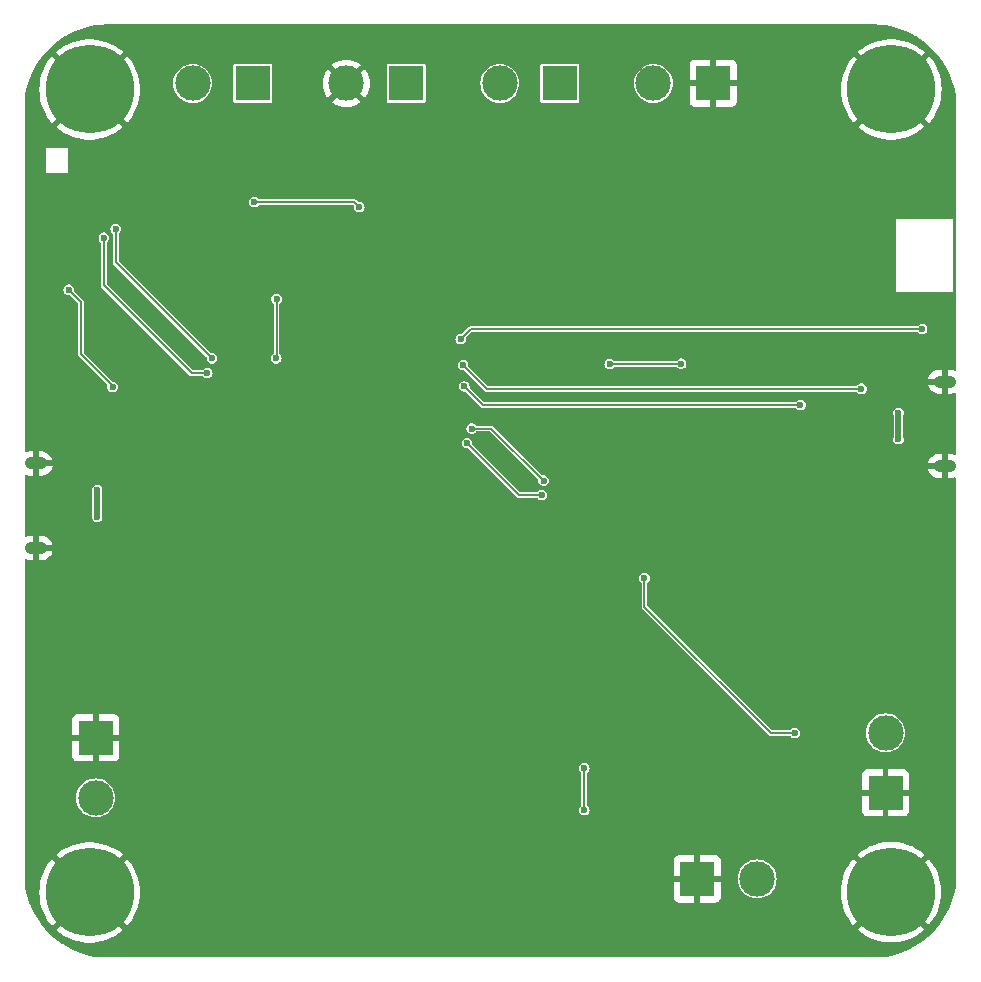
<source format=gbr>
%TF.GenerationSoftware,KiCad,Pcbnew,8.0.3*%
%TF.CreationDate,2025-02-14T19:05:39+05:30*%
%TF.ProjectId,Cyclohexane,4379636c-6f68-4657-9861-6e652e6b6963,rev?*%
%TF.SameCoordinates,Original*%
%TF.FileFunction,Copper,L4,Bot*%
%TF.FilePolarity,Positive*%
%FSLAX46Y46*%
G04 Gerber Fmt 4.6, Leading zero omitted, Abs format (unit mm)*
G04 Created by KiCad (PCBNEW 8.0.3) date 2025-02-14 19:05:39*
%MOMM*%
%LPD*%
G01*
G04 APERTURE LIST*
%TA.AperFunction,ComponentPad*%
%ADD10O,1.900000X1.050000*%
%TD*%
%TA.AperFunction,ComponentPad*%
%ADD11C,7.500000*%
%TD*%
%TA.AperFunction,ComponentPad*%
%ADD12R,3.000000X3.000000*%
%TD*%
%TA.AperFunction,ComponentPad*%
%ADD13C,3.000000*%
%TD*%
%TA.AperFunction,ViaPad*%
%ADD14C,0.600000*%
%TD*%
%TA.AperFunction,Conductor*%
%ADD15C,0.500000*%
%TD*%
%TA.AperFunction,Conductor*%
%ADD16C,0.200000*%
%TD*%
G04 APERTURE END LIST*
D10*
%TO.P,J7,6,Shield*%
%TO.N,GND*%
X182100000Y-74400000D03*
X182100000Y-67250000D03*
%TD*%
D11*
%TO.P,H2,1,1*%
%TO.N,GND*%
X177569592Y-42510408D03*
%TD*%
D12*
%TO.P,J11,1,Pin_1*%
%TO.N,GND*%
X110200000Y-97410000D03*
D13*
%TO.P,J11,2,Pin_2*%
%TO.N,5Vout_Cam*%
X110200000Y-102490000D03*
%TD*%
D12*
%TO.P,J8,1,Pin_1*%
%TO.N,GND*%
X177075000Y-102065000D03*
D13*
%TO.P,J8,2,Pin_2*%
%TO.N,Servo_PWM*%
X177075000Y-96985000D03*
%TD*%
D11*
%TO.P,H4,1,1*%
%TO.N,GND*%
X177539592Y-110464592D03*
%TD*%
D12*
%TO.P,J6,1,Pin_1*%
%TO.N,GND*%
X162500000Y-42000000D03*
D13*
%TO.P,J6,2,Pin_2*%
%TO.N,3.7Vin*%
X157420000Y-42000000D03*
%TD*%
D10*
%TO.P,J1,6,Shield*%
%TO.N,GND*%
X105130000Y-74175000D03*
X105130000Y-81325000D03*
%TD*%
D11*
%TO.P,H1,1,1*%
%TO.N,GND*%
X109690408Y-42510408D03*
%TD*%
%TO.P,H3,1,1*%
%TO.N,GND*%
X109690408Y-110489592D03*
%TD*%
D12*
%TO.P,J4,1,Pin_1*%
%TO.N,Net-(D3-K)*%
X123500000Y-42000000D03*
D13*
%TO.P,J4,2,Pin_2*%
%TO.N,Net-(J4-Pin_2)*%
X118420000Y-42000000D03*
%TD*%
D12*
%TO.P,J3,1,Pin_1*%
%TO.N,Net-(J3-Pin_1)*%
X136500000Y-42000000D03*
D13*
%TO.P,J3,2,Pin_2*%
%TO.N,GND*%
X131420000Y-42000000D03*
%TD*%
D12*
%TO.P,J9,1,Pin_1*%
%TO.N,GND*%
X161135000Y-109350000D03*
D13*
%TO.P,J9,2,Pin_2*%
%TO.N,7.4Vin_Cam*%
X166215000Y-109350000D03*
%TD*%
D12*
%TO.P,J5,1,Pin_1*%
%TO.N,Net-(D4-K)*%
X149500000Y-42000000D03*
D13*
%TO.P,J5,2,Pin_2*%
%TO.N,Net-(J5-Pin_2)*%
X144420000Y-42000000D03*
%TD*%
D14*
%TO.N,GND*%
X148775000Y-86625000D03*
X116925000Y-48550000D03*
X125250000Y-111500000D03*
X141575000Y-76550000D03*
X172550000Y-105775000D03*
X107550000Y-69600000D03*
X162025000Y-77525000D03*
X150550000Y-55650000D03*
%TO.N,5V_USB*%
X110325000Y-78700000D03*
X110325000Y-76450000D03*
%TO.N,TX_GPS*%
X169870000Y-69220000D03*
X141410000Y-67650000D03*
%TO.N,RX_GPS*%
X141310000Y-65860000D03*
X175040000Y-67850000D03*
%TO.N,GPS_STDB*%
X180180000Y-62800000D03*
X141100000Y-63650000D03*
%TO.N,DRG*%
X125520000Y-60260000D03*
X125490000Y-65270000D03*
%TO.N,RYLR_TX*%
X120050000Y-65275000D03*
X111895000Y-54315000D03*
%TO.N,RYLR_RX*%
X110895000Y-55065000D03*
X119650000Y-66525000D03*
%TO.N,Net-(U9-PH3)*%
X111630000Y-67695000D03*
X107920000Y-59465000D03*
%TO.N,5V_USB2*%
X178175000Y-72125000D03*
X178175000Y-69925000D03*
%TO.N,Servo_PWM*%
X169375000Y-97000000D03*
X156670000Y-83900000D03*
%TO.N,Pitot_1*%
X151575000Y-103525000D03*
X151575000Y-99975000D03*
%TO.N,RST*%
X132525000Y-52475000D03*
X123650000Y-52050000D03*
%TO.N,RST_1*%
X153725000Y-65775000D03*
X159775000Y-65725000D03*
%TO.N,S3_COMMS_SDA*%
X148120000Y-75630000D03*
X142040000Y-71220000D03*
%TO.N,S3_COMMS_SCL*%
X141640000Y-72460000D03*
X147960000Y-76850000D03*
%TD*%
D15*
%TO.N,5V_USB*%
X110325000Y-76450000D02*
X110325000Y-78700000D01*
D16*
%TO.N,TX_GPS*%
X143030000Y-69220000D02*
X169870000Y-69220000D01*
X169845000Y-69245000D02*
X169870000Y-69220000D01*
X141410000Y-67650000D02*
X142980000Y-69220000D01*
%TO.N,RX_GPS*%
X175030000Y-67680000D02*
X175040000Y-67690000D01*
X141310000Y-65860000D02*
X143300000Y-67850000D01*
X143330000Y-67850000D02*
X175040000Y-67850000D01*
%TO.N,GPS_STDB*%
X180040000Y-62660000D02*
X180180000Y-62800000D01*
X141950000Y-62800000D02*
X180180000Y-62800000D01*
X141100000Y-63650000D02*
X141950000Y-62800000D01*
%TO.N,DRG*%
X125520000Y-65240000D02*
X125490000Y-65270000D01*
X125520000Y-60260000D02*
X125520000Y-65240000D01*
%TO.N,RYLR_TX*%
X111895000Y-57120000D02*
X111895000Y-56575000D01*
X111895000Y-54315000D02*
X111895000Y-56575000D01*
X120050000Y-65275000D02*
X111895000Y-57120000D01*
%TO.N,RYLR_RX*%
X119650000Y-66525000D02*
X118345000Y-66525000D01*
X110895000Y-55065000D02*
X110895000Y-59075000D01*
X118345000Y-66525000D02*
X110895000Y-59075000D01*
%TO.N,Net-(U9-PH3)*%
X108945000Y-60490000D02*
X107920000Y-59465000D01*
X111670000Y-67635000D02*
X108945000Y-64910000D01*
X108945000Y-64480000D02*
X108945000Y-60490000D01*
X108945000Y-64910000D02*
X108945000Y-64480000D01*
D15*
%TO.N,5V_USB2*%
X178175000Y-69925000D02*
X178175000Y-72125000D01*
D16*
%TO.N,Servo_PWM*%
X167375000Y-97000000D02*
X169375000Y-97000000D01*
X156670000Y-83900000D02*
X156670000Y-86295000D01*
X156670000Y-86295000D02*
X167375000Y-97000000D01*
%TO.N,Pitot_1*%
X151575000Y-100250000D02*
X151575000Y-103525000D01*
%TO.N,RST*%
X132100000Y-52050000D02*
X132525000Y-52475000D01*
X123650000Y-52050000D02*
X132100000Y-52050000D01*
%TO.N,RST_1*%
X159725000Y-65775000D02*
X153725000Y-65775000D01*
X159775000Y-65725000D02*
X159725000Y-65775000D01*
%TO.N,S3_COMMS_SDA*%
X142040000Y-71220000D02*
X143710000Y-71220000D01*
X143710000Y-71220000D02*
X148120000Y-75630000D01*
%TO.N,S3_COMMS_SCL*%
X141640000Y-72460000D02*
X146030000Y-76850000D01*
X146030000Y-76850000D02*
X147960000Y-76850000D01*
%TD*%
%TA.AperFunction,Conductor*%
%TO.N,GND*%
G36*
X176082211Y-37000578D02*
G01*
X176574924Y-37018176D01*
X176583717Y-37018804D01*
X177071755Y-37071274D01*
X177080471Y-37072527D01*
X177563520Y-37159679D01*
X177572128Y-37161552D01*
X178047713Y-37282938D01*
X178056177Y-37285423D01*
X178521866Y-37440419D01*
X178530160Y-37443512D01*
X178983602Y-37631335D01*
X178991653Y-37635012D01*
X179317022Y-37797879D01*
X179430551Y-37854708D01*
X179438287Y-37858931D01*
X179860432Y-38109401D01*
X179867842Y-38114164D01*
X180078473Y-38260408D01*
X180271001Y-38394083D01*
X180278087Y-38399387D01*
X180475443Y-38558426D01*
X180660257Y-38707358D01*
X180666940Y-38713149D01*
X181026152Y-39047588D01*
X181032411Y-39053847D01*
X181366850Y-39413059D01*
X181372647Y-39419749D01*
X181680612Y-39801912D01*
X181685916Y-39808998D01*
X181818532Y-40000000D01*
X181964387Y-40210072D01*
X181965827Y-40212145D01*
X181970602Y-40219574D01*
X182221062Y-40641703D01*
X182225294Y-40649453D01*
X182444987Y-41088346D01*
X182448664Y-41096397D01*
X182636487Y-41549839D01*
X182639580Y-41558133D01*
X182794571Y-42023807D01*
X182797065Y-42032300D01*
X182918442Y-42507851D01*
X182920324Y-42516500D01*
X183007468Y-42999505D01*
X183008728Y-43008267D01*
X183061193Y-43496264D01*
X183061824Y-43505093D01*
X183079421Y-43997788D01*
X183079500Y-44002214D01*
X183079500Y-66184649D01*
X183059815Y-66251688D01*
X183007011Y-66297443D01*
X182937853Y-66307387D01*
X182908049Y-66299211D01*
X182823978Y-66264389D01*
X182823974Y-66264387D01*
X182625958Y-66225000D01*
X182350000Y-66225000D01*
X182350000Y-67025000D01*
X181655245Y-67025000D01*
X181572548Y-67059254D01*
X181509254Y-67122548D01*
X181475000Y-67205245D01*
X181475000Y-67294755D01*
X181509254Y-67377452D01*
X181572548Y-67440746D01*
X181655245Y-67475000D01*
X182350000Y-67475000D01*
X182350000Y-68275000D01*
X182625955Y-68275000D01*
X182625958Y-68274999D01*
X182823974Y-68235612D01*
X182823983Y-68235609D01*
X182908048Y-68200789D01*
X182977517Y-68193320D01*
X183039996Y-68224595D01*
X183075648Y-68284685D01*
X183079500Y-68315350D01*
X183079500Y-73334649D01*
X183059815Y-73401688D01*
X183007011Y-73447443D01*
X182937853Y-73457387D01*
X182908049Y-73449211D01*
X182823978Y-73414389D01*
X182823974Y-73414387D01*
X182625958Y-73375000D01*
X182350000Y-73375000D01*
X182350000Y-74175000D01*
X181655245Y-74175000D01*
X181572548Y-74209254D01*
X181509254Y-74272548D01*
X181475000Y-74355245D01*
X181475000Y-74444755D01*
X181509254Y-74527452D01*
X181572548Y-74590746D01*
X181655245Y-74625000D01*
X182350000Y-74625000D01*
X182350000Y-75425000D01*
X182625955Y-75425000D01*
X182625958Y-75424999D01*
X182823974Y-75385612D01*
X182823983Y-75385609D01*
X182908048Y-75350789D01*
X182977517Y-75343320D01*
X183039996Y-75374595D01*
X183075648Y-75434685D01*
X183079500Y-75465350D01*
X183079500Y-108997785D01*
X183079421Y-109002211D01*
X183061824Y-109494906D01*
X183061193Y-109503735D01*
X183008728Y-109991732D01*
X183007468Y-110000494D01*
X182920324Y-110483499D01*
X182918442Y-110492148D01*
X182797065Y-110967699D01*
X182794571Y-110976192D01*
X182639580Y-111441866D01*
X182636487Y-111450160D01*
X182448664Y-111903602D01*
X182444987Y-111911653D01*
X182225294Y-112350546D01*
X182221056Y-112358308D01*
X181970613Y-112780408D01*
X181965827Y-112787854D01*
X181685916Y-113191001D01*
X181680612Y-113198087D01*
X181372647Y-113580250D01*
X181366850Y-113586940D01*
X181032411Y-113946152D01*
X181026152Y-113952411D01*
X180666940Y-114286850D01*
X180660250Y-114292647D01*
X180278087Y-114600612D01*
X180271001Y-114605916D01*
X179867854Y-114885827D01*
X179860412Y-114890610D01*
X179438308Y-115141056D01*
X179430546Y-115145294D01*
X178991653Y-115364987D01*
X178983602Y-115368664D01*
X178530160Y-115556487D01*
X178521866Y-115559580D01*
X178056192Y-115714571D01*
X178047699Y-115717065D01*
X177572148Y-115838442D01*
X177563499Y-115840324D01*
X177080494Y-115927468D01*
X177071732Y-115928728D01*
X176583735Y-115981193D01*
X176574906Y-115981824D01*
X176082212Y-115999421D01*
X176077786Y-115999500D01*
X111182214Y-115999500D01*
X111177788Y-115999421D01*
X110685093Y-115981824D01*
X110676264Y-115981193D01*
X110188267Y-115928728D01*
X110179505Y-115927468D01*
X109696500Y-115840324D01*
X109687851Y-115838442D01*
X109212300Y-115717065D01*
X109203807Y-115714571D01*
X108738133Y-115559580D01*
X108729839Y-115556487D01*
X108276397Y-115368664D01*
X108268346Y-115364987D01*
X107829453Y-115145294D01*
X107821703Y-115141062D01*
X107399574Y-114890602D01*
X107392145Y-114885827D01*
X106988998Y-114605916D01*
X106981912Y-114600612D01*
X106683219Y-114359911D01*
X106599745Y-114292643D01*
X106593059Y-114286850D01*
X106233847Y-113952411D01*
X106227588Y-113946152D01*
X105979956Y-113680177D01*
X105893143Y-113586933D01*
X105887352Y-113580250D01*
X105579387Y-113198087D01*
X105574083Y-113191001D01*
X105465813Y-113035063D01*
X105294164Y-112787842D01*
X105289401Y-112780432D01*
X105038931Y-112358287D01*
X105034705Y-112350546D01*
X104999936Y-112281087D01*
X104977879Y-112237022D01*
X104815012Y-111911653D01*
X104811335Y-111903602D01*
X104623512Y-111450160D01*
X104620419Y-111441866D01*
X104589843Y-111349999D01*
X104465423Y-110976177D01*
X104462938Y-110967713D01*
X104341552Y-110492128D01*
X104341000Y-110489592D01*
X105435589Y-110489592D01*
X105454855Y-110894042D01*
X105512479Y-111294823D01*
X105607939Y-111688314D01*
X105607942Y-111688325D01*
X105740364Y-112070932D01*
X105740374Y-112070957D01*
X105908576Y-112439267D01*
X106111029Y-112789927D01*
X106111035Y-112789935D01*
X106345893Y-113119746D01*
X106513393Y-113313052D01*
X108003506Y-111822939D01*
X108070484Y-111910227D01*
X108269773Y-112109516D01*
X108357058Y-112176492D01*
X106865336Y-113668214D01*
X106904084Y-113705160D01*
X106904103Y-113705177D01*
X107222376Y-113955469D01*
X107563002Y-114174374D01*
X107922893Y-114359911D01*
X108298791Y-114510398D01*
X108298803Y-114510402D01*
X108687290Y-114624472D01*
X108687307Y-114624476D01*
X109084868Y-114701100D01*
X109084880Y-114701102D01*
X109487962Y-114739592D01*
X109892854Y-114739592D01*
X110295935Y-114701102D01*
X110295947Y-114701100D01*
X110693508Y-114624476D01*
X110693525Y-114624472D01*
X111082012Y-114510402D01*
X111082024Y-114510398D01*
X111457915Y-114359914D01*
X111457919Y-114359912D01*
X111817814Y-114174374D01*
X112158439Y-113955469D01*
X112476722Y-113705170D01*
X112515477Y-113668214D01*
X111023756Y-112176493D01*
X111111043Y-112109516D01*
X111310332Y-111910227D01*
X111377309Y-111822940D01*
X112867420Y-113313051D01*
X113034920Y-113119748D01*
X113034931Y-113119735D01*
X113269780Y-112789935D01*
X113269786Y-112789927D01*
X113472239Y-112439267D01*
X113640441Y-112070957D01*
X113640451Y-112070932D01*
X113772873Y-111688325D01*
X113772876Y-111688314D01*
X113868336Y-111294823D01*
X113925960Y-110894042D01*
X113945226Y-110489592D01*
X113925960Y-110085141D01*
X113868336Y-109684360D01*
X113772876Y-109290869D01*
X113772873Y-109290858D01*
X113640451Y-108908251D01*
X113640441Y-108908226D01*
X113472239Y-108539916D01*
X113269786Y-108189256D01*
X113269780Y-108189248D01*
X113034931Y-107859448D01*
X113034920Y-107859435D01*
X112985287Y-107802155D01*
X159135000Y-107802155D01*
X159135000Y-109100000D01*
X160415936Y-109100000D01*
X160404207Y-109128316D01*
X160375000Y-109275147D01*
X160375000Y-109424853D01*
X160404207Y-109571684D01*
X160415936Y-109600000D01*
X159135000Y-109600000D01*
X159135000Y-110897844D01*
X159141401Y-110957372D01*
X159141403Y-110957379D01*
X159191645Y-111092086D01*
X159191649Y-111092093D01*
X159277809Y-111207187D01*
X159277812Y-111207190D01*
X159392906Y-111293350D01*
X159392913Y-111293354D01*
X159527620Y-111343596D01*
X159527627Y-111343598D01*
X159587155Y-111349999D01*
X159587172Y-111350000D01*
X160885000Y-111350000D01*
X160885000Y-110069064D01*
X160913316Y-110080793D01*
X161060147Y-110110000D01*
X161209853Y-110110000D01*
X161356684Y-110080793D01*
X161385000Y-110069064D01*
X161385000Y-111350000D01*
X162682828Y-111350000D01*
X162682844Y-111349999D01*
X162742372Y-111343598D01*
X162742379Y-111343596D01*
X162877086Y-111293354D01*
X162877093Y-111293350D01*
X162992187Y-111207190D01*
X162992190Y-111207187D01*
X163078350Y-111092093D01*
X163078354Y-111092086D01*
X163128596Y-110957379D01*
X163128598Y-110957372D01*
X163134999Y-110897844D01*
X163135000Y-110897827D01*
X163135000Y-109600000D01*
X161854064Y-109600000D01*
X161865793Y-109571684D01*
X161895000Y-109424853D01*
X161895000Y-109350000D01*
X164564632Y-109350000D01*
X164584951Y-109608177D01*
X164645407Y-109859994D01*
X164744510Y-110099251D01*
X164879820Y-110320057D01*
X164879821Y-110320058D01*
X164879822Y-110320060D01*
X164879824Y-110320062D01*
X165048014Y-110516986D01*
X165244938Y-110685176D01*
X165244940Y-110685177D01*
X165244941Y-110685178D01*
X165244942Y-110685179D01*
X165465748Y-110820489D01*
X165705005Y-110919592D01*
X165705006Y-110919592D01*
X165705008Y-110919593D01*
X165956826Y-110980049D01*
X166215000Y-111000368D01*
X166473174Y-110980049D01*
X166724992Y-110919593D01*
X166964251Y-110820489D01*
X167185062Y-110685176D01*
X167381986Y-110516986D01*
X167426735Y-110464592D01*
X173284773Y-110464592D01*
X173304039Y-110869042D01*
X173361663Y-111269823D01*
X173457123Y-111663314D01*
X173457126Y-111663325D01*
X173589548Y-112045932D01*
X173589558Y-112045957D01*
X173757760Y-112414267D01*
X173960213Y-112764927D01*
X173960219Y-112764935D01*
X174195077Y-113094746D01*
X174362577Y-113288052D01*
X175852690Y-111797939D01*
X175919668Y-111885227D01*
X176118957Y-112084516D01*
X176206242Y-112151492D01*
X174714520Y-113643214D01*
X174753268Y-113680160D01*
X174753287Y-113680177D01*
X175071560Y-113930469D01*
X175412186Y-114149374D01*
X175772077Y-114334911D01*
X176147975Y-114485398D01*
X176147987Y-114485402D01*
X176536474Y-114599472D01*
X176536491Y-114599476D01*
X176934052Y-114676100D01*
X176934064Y-114676102D01*
X177337146Y-114714592D01*
X177742038Y-114714592D01*
X178145119Y-114676102D01*
X178145131Y-114676100D01*
X178542692Y-114599476D01*
X178542709Y-114599472D01*
X178931196Y-114485402D01*
X178931208Y-114485398D01*
X179307099Y-114334914D01*
X179307103Y-114334912D01*
X179666998Y-114149374D01*
X180007623Y-113930469D01*
X180325906Y-113680170D01*
X180364661Y-113643214D01*
X178872940Y-112151493D01*
X178960227Y-112084516D01*
X179159516Y-111885227D01*
X179226493Y-111797940D01*
X180716604Y-113288051D01*
X180884104Y-113094748D01*
X180884115Y-113094735D01*
X181118964Y-112764935D01*
X181118970Y-112764927D01*
X181321423Y-112414267D01*
X181489625Y-112045957D01*
X181489635Y-112045932D01*
X181622057Y-111663325D01*
X181622060Y-111663314D01*
X181717520Y-111269823D01*
X181775144Y-110869042D01*
X181794410Y-110464592D01*
X181775144Y-110060141D01*
X181717520Y-109659360D01*
X181622060Y-109265869D01*
X181622057Y-109265858D01*
X181489635Y-108883251D01*
X181489625Y-108883226D01*
X181321423Y-108514916D01*
X181118970Y-108164256D01*
X181118964Y-108164248D01*
X180884115Y-107834448D01*
X180884104Y-107834435D01*
X180716605Y-107641130D01*
X179226492Y-109131242D01*
X179159516Y-109043957D01*
X178960227Y-108844668D01*
X178872940Y-108777690D01*
X180364662Y-107285968D01*
X180325915Y-107249023D01*
X180325896Y-107249006D01*
X180007623Y-106998714D01*
X179666998Y-106779809D01*
X179307103Y-106594271D01*
X179307099Y-106594269D01*
X178931208Y-106443785D01*
X178931196Y-106443781D01*
X178542709Y-106329711D01*
X178542692Y-106329707D01*
X178145131Y-106253083D01*
X178145119Y-106253081D01*
X177742038Y-106214592D01*
X177337146Y-106214592D01*
X176934064Y-106253081D01*
X176934052Y-106253083D01*
X176536491Y-106329707D01*
X176536474Y-106329711D01*
X176147987Y-106443781D01*
X176147975Y-106443785D01*
X175772077Y-106594272D01*
X175412186Y-106779809D01*
X175071560Y-106998714D01*
X174753277Y-107249013D01*
X174753265Y-107249024D01*
X174714521Y-107285967D01*
X174714521Y-107285968D01*
X176206243Y-108777690D01*
X176118957Y-108844668D01*
X175919668Y-109043957D01*
X175852690Y-109131243D01*
X174362578Y-107641131D01*
X174195077Y-107834437D01*
X173960219Y-108164248D01*
X173960213Y-108164256D01*
X173757760Y-108514916D01*
X173589558Y-108883226D01*
X173589548Y-108883251D01*
X173457126Y-109265858D01*
X173457123Y-109265869D01*
X173361663Y-109659360D01*
X173304039Y-110060141D01*
X173284773Y-110464592D01*
X167426735Y-110464592D01*
X167550176Y-110320062D01*
X167685489Y-110099251D01*
X167784593Y-109859992D01*
X167845049Y-109608174D01*
X167865368Y-109350000D01*
X167845049Y-109091826D01*
X167784593Y-108840008D01*
X167716865Y-108676497D01*
X167685489Y-108600748D01*
X167550179Y-108379942D01*
X167550178Y-108379941D01*
X167550177Y-108379940D01*
X167550176Y-108379938D01*
X167381986Y-108183014D01*
X167185062Y-108014824D01*
X167185060Y-108014822D01*
X167185058Y-108014821D01*
X167185057Y-108014820D01*
X166964251Y-107879510D01*
X166724994Y-107780407D01*
X166473177Y-107719951D01*
X166215000Y-107699632D01*
X165956822Y-107719951D01*
X165705005Y-107780407D01*
X165465748Y-107879510D01*
X165244942Y-108014820D01*
X165244941Y-108014821D01*
X165048014Y-108183014D01*
X164879821Y-108379941D01*
X164879820Y-108379942D01*
X164744510Y-108600748D01*
X164645407Y-108840005D01*
X164584951Y-109091822D01*
X164564632Y-109350000D01*
X161895000Y-109350000D01*
X161895000Y-109275147D01*
X161865793Y-109128316D01*
X161854064Y-109100000D01*
X163135000Y-109100000D01*
X163135000Y-107802172D01*
X163134999Y-107802155D01*
X163128598Y-107742627D01*
X163128596Y-107742620D01*
X163078354Y-107607913D01*
X163078350Y-107607906D01*
X162992190Y-107492812D01*
X162992187Y-107492809D01*
X162877093Y-107406649D01*
X162877086Y-107406645D01*
X162742379Y-107356403D01*
X162742372Y-107356401D01*
X162682844Y-107350000D01*
X161385000Y-107350000D01*
X161385000Y-108630935D01*
X161356684Y-108619207D01*
X161209853Y-108590000D01*
X161060147Y-108590000D01*
X160913316Y-108619207D01*
X160885000Y-108630935D01*
X160885000Y-107350000D01*
X159587155Y-107350000D01*
X159527627Y-107356401D01*
X159527620Y-107356403D01*
X159392913Y-107406645D01*
X159392906Y-107406649D01*
X159277812Y-107492809D01*
X159277809Y-107492812D01*
X159191649Y-107607906D01*
X159191645Y-107607913D01*
X159141403Y-107742620D01*
X159141401Y-107742627D01*
X159135000Y-107802155D01*
X112985287Y-107802155D01*
X112867421Y-107666130D01*
X111377308Y-109156242D01*
X111310332Y-109068957D01*
X111111043Y-108869668D01*
X111023756Y-108802690D01*
X112515478Y-107310968D01*
X112476731Y-107274023D01*
X112476712Y-107274006D01*
X112158439Y-107023714D01*
X111817814Y-106804809D01*
X111457919Y-106619271D01*
X111457915Y-106619269D01*
X111082024Y-106468785D01*
X111082012Y-106468781D01*
X110693525Y-106354711D01*
X110693508Y-106354707D01*
X110295947Y-106278083D01*
X110295935Y-106278081D01*
X109892854Y-106239592D01*
X109487962Y-106239592D01*
X109084880Y-106278081D01*
X109084868Y-106278083D01*
X108687307Y-106354707D01*
X108687290Y-106354711D01*
X108298803Y-106468781D01*
X108298791Y-106468785D01*
X107922893Y-106619272D01*
X107563002Y-106804809D01*
X107222376Y-107023714D01*
X106904093Y-107274013D01*
X106904081Y-107274024D01*
X106865337Y-107310967D01*
X106865337Y-107310968D01*
X108357059Y-108802690D01*
X108269773Y-108869668D01*
X108070484Y-109068957D01*
X108003506Y-109156243D01*
X106513394Y-107666131D01*
X106345893Y-107859437D01*
X106111035Y-108189248D01*
X106111029Y-108189256D01*
X105908576Y-108539916D01*
X105740374Y-108908226D01*
X105740364Y-108908251D01*
X105607942Y-109290858D01*
X105607939Y-109290869D01*
X105512479Y-109684360D01*
X105454855Y-110085141D01*
X105435589Y-110489592D01*
X104341000Y-110489592D01*
X104339679Y-110483520D01*
X104252527Y-110000471D01*
X104251274Y-109991755D01*
X104198804Y-109503717D01*
X104198176Y-109494924D01*
X104180579Y-109002211D01*
X104180500Y-108997785D01*
X104180500Y-102490000D01*
X108549632Y-102490000D01*
X108569951Y-102748177D01*
X108630407Y-102999994D01*
X108729510Y-103239251D01*
X108864820Y-103460057D01*
X108864821Y-103460058D01*
X108864822Y-103460060D01*
X108864824Y-103460062D01*
X109033014Y-103656986D01*
X109229938Y-103825176D01*
X109229940Y-103825177D01*
X109229941Y-103825178D01*
X109229942Y-103825179D01*
X109450748Y-103960489D01*
X109690005Y-104059592D01*
X109690006Y-104059592D01*
X109690008Y-104059593D01*
X109941826Y-104120049D01*
X110200000Y-104140368D01*
X110458174Y-104120049D01*
X110709992Y-104059593D01*
X110949251Y-103960489D01*
X111170062Y-103825176D01*
X111366986Y-103656986D01*
X111535176Y-103460062D01*
X111670489Y-103239251D01*
X111769593Y-102999992D01*
X111830049Y-102748174D01*
X111850368Y-102490000D01*
X111830049Y-102231826D01*
X111769593Y-101980008D01*
X111670489Y-101740749D01*
X111670489Y-101740748D01*
X111535179Y-101519942D01*
X111535178Y-101519941D01*
X111535177Y-101519940D01*
X111535176Y-101519938D01*
X111366986Y-101323014D01*
X111170062Y-101154824D01*
X111170060Y-101154822D01*
X111170058Y-101154821D01*
X111170057Y-101154820D01*
X110949251Y-101019510D01*
X110709994Y-100920407D01*
X110458177Y-100859951D01*
X110200000Y-100839632D01*
X109941822Y-100859951D01*
X109690005Y-100920407D01*
X109450748Y-101019510D01*
X109229942Y-101154820D01*
X109229941Y-101154821D01*
X109033014Y-101323014D01*
X108864821Y-101519941D01*
X108864820Y-101519942D01*
X108729510Y-101740748D01*
X108630407Y-101980005D01*
X108569951Y-102231822D01*
X108549632Y-102490000D01*
X104180500Y-102490000D01*
X104180500Y-99975000D01*
X151125141Y-99975000D01*
X151143362Y-100101739D01*
X151152453Y-100121645D01*
X151196555Y-100218212D01*
X151280405Y-100314981D01*
X151280410Y-100314984D01*
X151286922Y-100320627D01*
X151324697Y-100379405D01*
X151329720Y-100414341D01*
X151329720Y-103085658D01*
X151310035Y-103152697D01*
X151286922Y-103179371D01*
X151280408Y-103185015D01*
X151196555Y-103281788D01*
X151196554Y-103281789D01*
X151143362Y-103398260D01*
X151125141Y-103525000D01*
X151143362Y-103651739D01*
X151196554Y-103768210D01*
X151196555Y-103768212D01*
X151280405Y-103864981D01*
X151388122Y-103934206D01*
X151388124Y-103934206D01*
X151388125Y-103934207D01*
X151510976Y-103970280D01*
X151510978Y-103970280D01*
X151639023Y-103970280D01*
X151716077Y-103947654D01*
X151761878Y-103934206D01*
X151869595Y-103864981D01*
X151953445Y-103768212D01*
X152006637Y-103651740D01*
X152024859Y-103525000D01*
X152006637Y-103398260D01*
X151953445Y-103281788D01*
X151869595Y-103185019D01*
X151869593Y-103185018D01*
X151869591Y-103185015D01*
X151863078Y-103179371D01*
X151825303Y-103120593D01*
X151820280Y-103085658D01*
X151820280Y-100517155D01*
X175075000Y-100517155D01*
X175075000Y-101815000D01*
X176355936Y-101815000D01*
X176344207Y-101843316D01*
X176315000Y-101990147D01*
X176315000Y-102139853D01*
X176344207Y-102286684D01*
X176355936Y-102315000D01*
X175075000Y-102315000D01*
X175075000Y-103612844D01*
X175081401Y-103672372D01*
X175081403Y-103672379D01*
X175131645Y-103807086D01*
X175131649Y-103807093D01*
X175217809Y-103922187D01*
X175217812Y-103922190D01*
X175332906Y-104008350D01*
X175332913Y-104008354D01*
X175467620Y-104058596D01*
X175467627Y-104058598D01*
X175527155Y-104064999D01*
X175527172Y-104065000D01*
X176825000Y-104065000D01*
X176825000Y-102784064D01*
X176853316Y-102795793D01*
X177000147Y-102825000D01*
X177149853Y-102825000D01*
X177296684Y-102795793D01*
X177325000Y-102784064D01*
X177325000Y-104065000D01*
X178622828Y-104065000D01*
X178622844Y-104064999D01*
X178682372Y-104058598D01*
X178682379Y-104058596D01*
X178817086Y-104008354D01*
X178817093Y-104008350D01*
X178932187Y-103922190D01*
X178932190Y-103922187D01*
X179018350Y-103807093D01*
X179018354Y-103807086D01*
X179068596Y-103672379D01*
X179068598Y-103672372D01*
X179074999Y-103612844D01*
X179075000Y-103612827D01*
X179075000Y-102315000D01*
X177794064Y-102315000D01*
X177805793Y-102286684D01*
X177835000Y-102139853D01*
X177835000Y-101990147D01*
X177805793Y-101843316D01*
X177794064Y-101815000D01*
X179075000Y-101815000D01*
X179075000Y-100517172D01*
X179074999Y-100517155D01*
X179068598Y-100457627D01*
X179068596Y-100457620D01*
X179018354Y-100322913D01*
X179018350Y-100322906D01*
X178932190Y-100207812D01*
X178932187Y-100207809D01*
X178817093Y-100121649D01*
X178817086Y-100121645D01*
X178682379Y-100071403D01*
X178682372Y-100071401D01*
X178622844Y-100065000D01*
X177325000Y-100065000D01*
X177325000Y-101345935D01*
X177296684Y-101334207D01*
X177149853Y-101305000D01*
X177000147Y-101305000D01*
X176853316Y-101334207D01*
X176825000Y-101345935D01*
X176825000Y-100065000D01*
X175527155Y-100065000D01*
X175467627Y-100071401D01*
X175467620Y-100071403D01*
X175332913Y-100121645D01*
X175332906Y-100121649D01*
X175217812Y-100207809D01*
X175217809Y-100207812D01*
X175131649Y-100322906D01*
X175131645Y-100322913D01*
X175081403Y-100457620D01*
X175081401Y-100457627D01*
X175075000Y-100517155D01*
X151820280Y-100517155D01*
X151820280Y-100414341D01*
X151839965Y-100347302D01*
X151863078Y-100320627D01*
X151869586Y-100314986D01*
X151869595Y-100314981D01*
X151953445Y-100218212D01*
X152006637Y-100101740D01*
X152024859Y-99975000D01*
X152006637Y-99848260D01*
X151953445Y-99731788D01*
X151869595Y-99635019D01*
X151761878Y-99565794D01*
X151761876Y-99565793D01*
X151761874Y-99565792D01*
X151639024Y-99529720D01*
X151639022Y-99529720D01*
X151510978Y-99529720D01*
X151510976Y-99529720D01*
X151388125Y-99565792D01*
X151280406Y-99635018D01*
X151196555Y-99731787D01*
X151196554Y-99731789D01*
X151143362Y-99848260D01*
X151125141Y-99975000D01*
X104180500Y-99975000D01*
X104180500Y-95862155D01*
X108200000Y-95862155D01*
X108200000Y-97160000D01*
X109480936Y-97160000D01*
X109469207Y-97188316D01*
X109440000Y-97335147D01*
X109440000Y-97484853D01*
X109469207Y-97631684D01*
X109480936Y-97660000D01*
X108200000Y-97660000D01*
X108200000Y-98957844D01*
X108206401Y-99017372D01*
X108206403Y-99017379D01*
X108256645Y-99152086D01*
X108256649Y-99152093D01*
X108342809Y-99267187D01*
X108342812Y-99267190D01*
X108457906Y-99353350D01*
X108457913Y-99353354D01*
X108592620Y-99403596D01*
X108592627Y-99403598D01*
X108652155Y-99409999D01*
X108652172Y-99410000D01*
X109950000Y-99410000D01*
X109950000Y-98129064D01*
X109978316Y-98140793D01*
X110125147Y-98170000D01*
X110274853Y-98170000D01*
X110421684Y-98140793D01*
X110450000Y-98129064D01*
X110450000Y-99410000D01*
X111747828Y-99410000D01*
X111747844Y-99409999D01*
X111807372Y-99403598D01*
X111807379Y-99403596D01*
X111942086Y-99353354D01*
X111942093Y-99353350D01*
X112057187Y-99267190D01*
X112057190Y-99267187D01*
X112143350Y-99152093D01*
X112143354Y-99152086D01*
X112193596Y-99017379D01*
X112193598Y-99017372D01*
X112199999Y-98957844D01*
X112200000Y-98957827D01*
X112200000Y-97660000D01*
X110919064Y-97660000D01*
X110930793Y-97631684D01*
X110960000Y-97484853D01*
X110960000Y-97335147D01*
X110930793Y-97188316D01*
X110919064Y-97160000D01*
X112200000Y-97160000D01*
X112200000Y-95862172D01*
X112199999Y-95862155D01*
X112193598Y-95802627D01*
X112193596Y-95802620D01*
X112143354Y-95667913D01*
X112143350Y-95667906D01*
X112057190Y-95552812D01*
X112057187Y-95552809D01*
X111942093Y-95466649D01*
X111942086Y-95466645D01*
X111807379Y-95416403D01*
X111807372Y-95416401D01*
X111747844Y-95410000D01*
X110450000Y-95410000D01*
X110450000Y-96690935D01*
X110421684Y-96679207D01*
X110274853Y-96650000D01*
X110125147Y-96650000D01*
X109978316Y-96679207D01*
X109950000Y-96690935D01*
X109950000Y-95410000D01*
X108652155Y-95410000D01*
X108592627Y-95416401D01*
X108592620Y-95416403D01*
X108457913Y-95466645D01*
X108457906Y-95466649D01*
X108342812Y-95552809D01*
X108342809Y-95552812D01*
X108256649Y-95667906D01*
X108256645Y-95667913D01*
X108206403Y-95802620D01*
X108206401Y-95802627D01*
X108200000Y-95862155D01*
X104180500Y-95862155D01*
X104180500Y-83900000D01*
X156220141Y-83900000D01*
X156238362Y-84026739D01*
X156291554Y-84143210D01*
X156291555Y-84143212D01*
X156375405Y-84239981D01*
X156375410Y-84239984D01*
X156381922Y-84245627D01*
X156419697Y-84304405D01*
X156424720Y-84339341D01*
X156424720Y-86246211D01*
X156424720Y-86343789D01*
X156462062Y-86433940D01*
X167236060Y-97207938D01*
X167326211Y-97245280D01*
X167423789Y-97245280D01*
X168941718Y-97245280D01*
X169008757Y-97264965D01*
X169035432Y-97288079D01*
X169080402Y-97339979D01*
X169080404Y-97339980D01*
X169080405Y-97339981D01*
X169188122Y-97409206D01*
X169188124Y-97409206D01*
X169188125Y-97409207D01*
X169310976Y-97445280D01*
X169310978Y-97445280D01*
X169439023Y-97445280D01*
X169516077Y-97422654D01*
X169561878Y-97409206D01*
X169669595Y-97339981D01*
X169753445Y-97243212D01*
X169806637Y-97126740D01*
X169824859Y-97000000D01*
X169822702Y-96985000D01*
X175424632Y-96985000D01*
X175444951Y-97243177D01*
X175505407Y-97494994D01*
X175604510Y-97734251D01*
X175739820Y-97955057D01*
X175739821Y-97955058D01*
X175739822Y-97955060D01*
X175739824Y-97955062D01*
X175908014Y-98151986D01*
X176104938Y-98320176D01*
X176104940Y-98320177D01*
X176104941Y-98320178D01*
X176104942Y-98320179D01*
X176325748Y-98455489D01*
X176565005Y-98554592D01*
X176565006Y-98554592D01*
X176565008Y-98554593D01*
X176816826Y-98615049D01*
X177075000Y-98635368D01*
X177333174Y-98615049D01*
X177584992Y-98554593D01*
X177824251Y-98455489D01*
X178045062Y-98320176D01*
X178241986Y-98151986D01*
X178410176Y-97955062D01*
X178545489Y-97734251D01*
X178644593Y-97494992D01*
X178705049Y-97243174D01*
X178725368Y-96985000D01*
X178705049Y-96726826D01*
X178644593Y-96475008D01*
X178545489Y-96235749D01*
X178545489Y-96235748D01*
X178410179Y-96014942D01*
X178410178Y-96014941D01*
X178410177Y-96014940D01*
X178410176Y-96014938D01*
X178241986Y-95818014D01*
X178045062Y-95649824D01*
X178045060Y-95649822D01*
X178045058Y-95649821D01*
X178045057Y-95649820D01*
X177824251Y-95514510D01*
X177584994Y-95415407D01*
X177333177Y-95354951D01*
X177075000Y-95334632D01*
X176816822Y-95354951D01*
X176565005Y-95415407D01*
X176325748Y-95514510D01*
X176104942Y-95649820D01*
X176104941Y-95649821D01*
X175908014Y-95818014D01*
X175739821Y-96014941D01*
X175739820Y-96014942D01*
X175604510Y-96235748D01*
X175505407Y-96475005D01*
X175444951Y-96726822D01*
X175424632Y-96985000D01*
X169822702Y-96985000D01*
X169806637Y-96873260D01*
X169753445Y-96756788D01*
X169669595Y-96660019D01*
X169561878Y-96590794D01*
X169561876Y-96590793D01*
X169561874Y-96590792D01*
X169439024Y-96554720D01*
X169439022Y-96554720D01*
X169310978Y-96554720D01*
X169310976Y-96554720D01*
X169188125Y-96590792D01*
X169080402Y-96660020D01*
X169035432Y-96711921D01*
X168976654Y-96749697D01*
X168941718Y-96754720D01*
X167527960Y-96754720D01*
X167460921Y-96735035D01*
X167440279Y-96718401D01*
X156951599Y-86229721D01*
X156918114Y-86168398D01*
X156915280Y-86142040D01*
X156915280Y-84339341D01*
X156934965Y-84272302D01*
X156958078Y-84245627D01*
X156964586Y-84239986D01*
X156964595Y-84239981D01*
X157048445Y-84143212D01*
X157101637Y-84026740D01*
X157119859Y-83900000D01*
X157101637Y-83773260D01*
X157048445Y-83656788D01*
X156964595Y-83560019D01*
X156856878Y-83490794D01*
X156856876Y-83490793D01*
X156856874Y-83490792D01*
X156734024Y-83454720D01*
X156734022Y-83454720D01*
X156605978Y-83454720D01*
X156605976Y-83454720D01*
X156483125Y-83490792D01*
X156375406Y-83560018D01*
X156291555Y-83656787D01*
X156291554Y-83656789D01*
X156238362Y-83773260D01*
X156220141Y-83900000D01*
X104180500Y-83900000D01*
X104180500Y-82402776D01*
X104200185Y-82335737D01*
X104252989Y-82289982D01*
X104322147Y-82280038D01*
X104351953Y-82288215D01*
X104406020Y-82310610D01*
X104406025Y-82310612D01*
X104604041Y-82349999D01*
X104604045Y-82350000D01*
X104880000Y-82350000D01*
X105380000Y-82350000D01*
X105655955Y-82350000D01*
X105655958Y-82349999D01*
X105853974Y-82310612D01*
X105853983Y-82310609D01*
X106040513Y-82233347D01*
X106040526Y-82233340D01*
X106208399Y-82121170D01*
X106208403Y-82121167D01*
X106351167Y-81978403D01*
X106351170Y-81978399D01*
X106463340Y-81810526D01*
X106463347Y-81810513D01*
X106540609Y-81623983D01*
X106540612Y-81623974D01*
X106550353Y-81575000D01*
X105380000Y-81575000D01*
X105380000Y-82350000D01*
X104880000Y-82350000D01*
X104880000Y-81550000D01*
X105574755Y-81550000D01*
X105657452Y-81515746D01*
X105720746Y-81452452D01*
X105755000Y-81369755D01*
X105755000Y-81280245D01*
X105720746Y-81197548D01*
X105657452Y-81134254D01*
X105574755Y-81100000D01*
X104880000Y-81100000D01*
X104880000Y-81075000D01*
X105380000Y-81075000D01*
X106550353Y-81075000D01*
X106540612Y-81026025D01*
X106540609Y-81026016D01*
X106463347Y-80839486D01*
X106463340Y-80839473D01*
X106351170Y-80671600D01*
X106351167Y-80671596D01*
X106208403Y-80528832D01*
X106208399Y-80528829D01*
X106040526Y-80416659D01*
X106040513Y-80416652D01*
X105853983Y-80339390D01*
X105853974Y-80339387D01*
X105655958Y-80300000D01*
X105380000Y-80300000D01*
X105380000Y-81075000D01*
X104880000Y-81075000D01*
X104880000Y-80300000D01*
X104604041Y-80300000D01*
X104406025Y-80339387D01*
X104406021Y-80339389D01*
X104351951Y-80361785D01*
X104282482Y-80369252D01*
X104220003Y-80337977D01*
X104184351Y-80277887D01*
X104180500Y-80247223D01*
X104180500Y-76450000D01*
X109875141Y-76450000D01*
X109893362Y-76576737D01*
X109893362Y-76576738D01*
X109893363Y-76576740D01*
X109918514Y-76631813D01*
X109929720Y-76683323D01*
X109929720Y-78466675D01*
X109918515Y-78518186D01*
X109893362Y-78573262D01*
X109893362Y-78573265D01*
X109875141Y-78700000D01*
X109893362Y-78826739D01*
X109946554Y-78943210D01*
X109946555Y-78943212D01*
X110030405Y-79039981D01*
X110138122Y-79109206D01*
X110138124Y-79109206D01*
X110138125Y-79109207D01*
X110260976Y-79145280D01*
X110260978Y-79145280D01*
X110389023Y-79145280D01*
X110466077Y-79122654D01*
X110511878Y-79109206D01*
X110619595Y-79039981D01*
X110703445Y-78943212D01*
X110756637Y-78826740D01*
X110774859Y-78700000D01*
X110756637Y-78573260D01*
X110731484Y-78518184D01*
X110720280Y-78466675D01*
X110720280Y-76683323D01*
X110731485Y-76631813D01*
X110756637Y-76576740D01*
X110774859Y-76450000D01*
X110756637Y-76323260D01*
X110703445Y-76206788D01*
X110619595Y-76110019D01*
X110511878Y-76040794D01*
X110511876Y-76040793D01*
X110511874Y-76040792D01*
X110389024Y-76004720D01*
X110389022Y-76004720D01*
X110260978Y-76004720D01*
X110260976Y-76004720D01*
X110138125Y-76040792D01*
X110030406Y-76110018D01*
X109946555Y-76206787D01*
X109946554Y-76206789D01*
X109893362Y-76323260D01*
X109875141Y-76450000D01*
X104180500Y-76450000D01*
X104180500Y-75252776D01*
X104200185Y-75185737D01*
X104252989Y-75139982D01*
X104322147Y-75130038D01*
X104351953Y-75138215D01*
X104406020Y-75160610D01*
X104406025Y-75160612D01*
X104604041Y-75199999D01*
X104604045Y-75200000D01*
X104880000Y-75200000D01*
X105380000Y-75200000D01*
X105655955Y-75200000D01*
X105655958Y-75199999D01*
X105853974Y-75160612D01*
X105853983Y-75160609D01*
X106040513Y-75083347D01*
X106040526Y-75083340D01*
X106208399Y-74971170D01*
X106208403Y-74971167D01*
X106351167Y-74828403D01*
X106351170Y-74828399D01*
X106463340Y-74660526D01*
X106463347Y-74660513D01*
X106540609Y-74473983D01*
X106540612Y-74473974D01*
X106550353Y-74425000D01*
X105380000Y-74425000D01*
X105380000Y-75200000D01*
X104880000Y-75200000D01*
X104880000Y-74400000D01*
X105574755Y-74400000D01*
X105657452Y-74365746D01*
X105720746Y-74302452D01*
X105755000Y-74219755D01*
X105755000Y-74130245D01*
X105720746Y-74047548D01*
X105657452Y-73984254D01*
X105574755Y-73950000D01*
X104880000Y-73950000D01*
X104880000Y-73925000D01*
X105380000Y-73925000D01*
X106550353Y-73925000D01*
X106540612Y-73876025D01*
X106540609Y-73876016D01*
X106463347Y-73689486D01*
X106463340Y-73689473D01*
X106351170Y-73521600D01*
X106351167Y-73521596D01*
X106208403Y-73378832D01*
X106208399Y-73378829D01*
X106040526Y-73266659D01*
X106040513Y-73266652D01*
X105853983Y-73189390D01*
X105853974Y-73189387D01*
X105655958Y-73150000D01*
X105380000Y-73150000D01*
X105380000Y-73925000D01*
X104880000Y-73925000D01*
X104880000Y-73150000D01*
X104604041Y-73150000D01*
X104406025Y-73189387D01*
X104406021Y-73189389D01*
X104351951Y-73211785D01*
X104282482Y-73219252D01*
X104220003Y-73187977D01*
X104184351Y-73127887D01*
X104180500Y-73097223D01*
X104180500Y-72460000D01*
X141190141Y-72460000D01*
X141208362Y-72586739D01*
X141261554Y-72703210D01*
X141261555Y-72703212D01*
X141345405Y-72799981D01*
X141453122Y-72869206D01*
X141453124Y-72869206D01*
X141453125Y-72869207D01*
X141575976Y-72905280D01*
X141687040Y-72905280D01*
X141754079Y-72924965D01*
X141774720Y-72941598D01*
X145891060Y-77057939D01*
X145981211Y-77095280D01*
X147526718Y-77095280D01*
X147593757Y-77114965D01*
X147620432Y-77138079D01*
X147665402Y-77189979D01*
X147665404Y-77189980D01*
X147665405Y-77189981D01*
X147773122Y-77259206D01*
X147773124Y-77259206D01*
X147773125Y-77259207D01*
X147895976Y-77295280D01*
X147895978Y-77295280D01*
X148024023Y-77295280D01*
X148101077Y-77272654D01*
X148146878Y-77259206D01*
X148254595Y-77189981D01*
X148338445Y-77093212D01*
X148391637Y-76976740D01*
X148409859Y-76850000D01*
X148391637Y-76723260D01*
X148338445Y-76606788D01*
X148254595Y-76510019D01*
X148146878Y-76440794D01*
X148146876Y-76440793D01*
X148146874Y-76440792D01*
X148024024Y-76404720D01*
X148024022Y-76404720D01*
X147895978Y-76404720D01*
X147895976Y-76404720D01*
X147773125Y-76440792D01*
X147665402Y-76510020D01*
X147620432Y-76561921D01*
X147561654Y-76599697D01*
X147526718Y-76604720D01*
X146182961Y-76604720D01*
X146115922Y-76585035D01*
X146095280Y-76568401D01*
X142120804Y-72593926D01*
X142087319Y-72532603D01*
X142085747Y-72488598D01*
X142089859Y-72460000D01*
X142071637Y-72333260D01*
X142018445Y-72216788D01*
X141934595Y-72120019D01*
X141826878Y-72050794D01*
X141826876Y-72050793D01*
X141826874Y-72050792D01*
X141704024Y-72014720D01*
X141704022Y-72014720D01*
X141575978Y-72014720D01*
X141575976Y-72014720D01*
X141453125Y-72050792D01*
X141345406Y-72120018D01*
X141261555Y-72216787D01*
X141261554Y-72216789D01*
X141208362Y-72333260D01*
X141190141Y-72460000D01*
X104180500Y-72460000D01*
X104180500Y-71220000D01*
X141590141Y-71220000D01*
X141608362Y-71346739D01*
X141661554Y-71463210D01*
X141661555Y-71463212D01*
X141745405Y-71559981D01*
X141853122Y-71629206D01*
X141853124Y-71629206D01*
X141853125Y-71629207D01*
X141975976Y-71665280D01*
X141975978Y-71665280D01*
X142104023Y-71665280D01*
X142181077Y-71642654D01*
X142226878Y-71629206D01*
X142334595Y-71559981D01*
X142379568Y-71508079D01*
X142438346Y-71470303D01*
X142473282Y-71465280D01*
X143557040Y-71465280D01*
X143624079Y-71484965D01*
X143644721Y-71501599D01*
X147639195Y-75496073D01*
X147672680Y-75557396D01*
X147674252Y-75601397D01*
X147670141Y-75629996D01*
X147670141Y-75629999D01*
X147688362Y-75756739D01*
X147741554Y-75873210D01*
X147741555Y-75873212D01*
X147825405Y-75969981D01*
X147933122Y-76039206D01*
X147933124Y-76039206D01*
X147933125Y-76039207D01*
X148055976Y-76075280D01*
X148055978Y-76075280D01*
X148184023Y-76075280D01*
X148261077Y-76052654D01*
X148306878Y-76039206D01*
X148414595Y-75969981D01*
X148498445Y-75873212D01*
X148551637Y-75756740D01*
X148569859Y-75630000D01*
X148551637Y-75503260D01*
X148498445Y-75386788D01*
X148414595Y-75290019D01*
X148306878Y-75220794D01*
X148306876Y-75220793D01*
X148306874Y-75220792D01*
X148184024Y-75184720D01*
X148184022Y-75184720D01*
X148072960Y-75184720D01*
X148005921Y-75165035D01*
X147985279Y-75148401D01*
X147486878Y-74650000D01*
X180679647Y-74650000D01*
X180689387Y-74698974D01*
X180689390Y-74698983D01*
X180766652Y-74885513D01*
X180766659Y-74885526D01*
X180878829Y-75053399D01*
X180878832Y-75053403D01*
X181021596Y-75196167D01*
X181021600Y-75196170D01*
X181189473Y-75308340D01*
X181189486Y-75308347D01*
X181376016Y-75385609D01*
X181376025Y-75385612D01*
X181574041Y-75424999D01*
X181574045Y-75425000D01*
X181850000Y-75425000D01*
X181850000Y-74650000D01*
X180679647Y-74650000D01*
X147486878Y-74650000D01*
X146986878Y-74150000D01*
X180679647Y-74150000D01*
X181850000Y-74150000D01*
X181850000Y-73375000D01*
X181574041Y-73375000D01*
X181376025Y-73414387D01*
X181376016Y-73414390D01*
X181189486Y-73491652D01*
X181189473Y-73491659D01*
X181021600Y-73603829D01*
X181021596Y-73603832D01*
X180878832Y-73746596D01*
X180878829Y-73746600D01*
X180766659Y-73914473D01*
X180766652Y-73914486D01*
X180689390Y-74101016D01*
X180689387Y-74101025D01*
X180679647Y-74150000D01*
X146986878Y-74150000D01*
X143848941Y-71012063D01*
X143848940Y-71012062D01*
X143758789Y-70974720D01*
X142473282Y-70974720D01*
X142406243Y-70955035D01*
X142379568Y-70931921D01*
X142334597Y-70880020D01*
X142298689Y-70856944D01*
X142226878Y-70810794D01*
X142226876Y-70810793D01*
X142226874Y-70810792D01*
X142104024Y-70774720D01*
X142104022Y-70774720D01*
X141975978Y-70774720D01*
X141975976Y-70774720D01*
X141853125Y-70810792D01*
X141745406Y-70880018D01*
X141661555Y-70976787D01*
X141661554Y-70976789D01*
X141608362Y-71093260D01*
X141590141Y-71220000D01*
X104180500Y-71220000D01*
X104180500Y-69925000D01*
X177725141Y-69925000D01*
X177743362Y-70051737D01*
X177743362Y-70051738D01*
X177743363Y-70051740D01*
X177768514Y-70106813D01*
X177779720Y-70158323D01*
X177779720Y-71891675D01*
X177768515Y-71943186D01*
X177743362Y-71998262D01*
X177743362Y-71998265D01*
X177725141Y-72125000D01*
X177743362Y-72251739D01*
X177796554Y-72368210D01*
X177796555Y-72368212D01*
X177880405Y-72464981D01*
X177988122Y-72534206D01*
X177988124Y-72534206D01*
X177988125Y-72534207D01*
X178110976Y-72570280D01*
X178110978Y-72570280D01*
X178239023Y-72570280D01*
X178316077Y-72547654D01*
X178361878Y-72534206D01*
X178469595Y-72464981D01*
X178553445Y-72368212D01*
X178606637Y-72251740D01*
X178624859Y-72125000D01*
X178606637Y-71998260D01*
X178581484Y-71943184D01*
X178570280Y-71891675D01*
X178570280Y-70158323D01*
X178581485Y-70106813D01*
X178606637Y-70051740D01*
X178624859Y-69925000D01*
X178606637Y-69798260D01*
X178553445Y-69681788D01*
X178469595Y-69585019D01*
X178361878Y-69515794D01*
X178361876Y-69515793D01*
X178361874Y-69515792D01*
X178239024Y-69479720D01*
X178239022Y-69479720D01*
X178110978Y-69479720D01*
X178110976Y-69479720D01*
X177988125Y-69515792D01*
X177880406Y-69585018D01*
X177796555Y-69681787D01*
X177796554Y-69681789D01*
X177743362Y-69798260D01*
X177725141Y-69925000D01*
X104180500Y-69925000D01*
X104180500Y-59465000D01*
X107470141Y-59465000D01*
X107488362Y-59591739D01*
X107526387Y-59675000D01*
X107541555Y-59708212D01*
X107625405Y-59804981D01*
X107733122Y-59874206D01*
X107733124Y-59874206D01*
X107733125Y-59874207D01*
X107855976Y-59910280D01*
X107967040Y-59910280D01*
X108034079Y-59929965D01*
X108054721Y-59946599D01*
X108663401Y-60555279D01*
X108696886Y-60616602D01*
X108699720Y-60642960D01*
X108699720Y-64431211D01*
X108699720Y-64861211D01*
X108699720Y-64958789D01*
X108737062Y-65048940D01*
X108737063Y-65048941D01*
X111161765Y-67473643D01*
X111195250Y-67534966D01*
X111196822Y-67578969D01*
X111180141Y-67694998D01*
X111180141Y-67694999D01*
X111198362Y-67821739D01*
X111211269Y-67850000D01*
X111251555Y-67938212D01*
X111335405Y-68034981D01*
X111443122Y-68104206D01*
X111443124Y-68104206D01*
X111443125Y-68104207D01*
X111565976Y-68140280D01*
X111565978Y-68140280D01*
X111694023Y-68140280D01*
X111780236Y-68114965D01*
X111816878Y-68104206D01*
X111924595Y-68034981D01*
X112008445Y-67938212D01*
X112061637Y-67821740D01*
X112079859Y-67695000D01*
X112073389Y-67650000D01*
X140960141Y-67650000D01*
X140978362Y-67776739D01*
X140998914Y-67821740D01*
X141031555Y-67893212D01*
X141115405Y-67989981D01*
X141223122Y-68059206D01*
X141223124Y-68059206D01*
X141223125Y-68059207D01*
X141345976Y-68095280D01*
X141457040Y-68095280D01*
X141524079Y-68114965D01*
X141544721Y-68131599D01*
X142841060Y-69427938D01*
X142931211Y-69465280D01*
X142981211Y-69465280D01*
X169436718Y-69465280D01*
X169503757Y-69484965D01*
X169530432Y-69508079D01*
X169575402Y-69559979D01*
X169575404Y-69559980D01*
X169575405Y-69559981D01*
X169683122Y-69629206D01*
X169683124Y-69629206D01*
X169683125Y-69629207D01*
X169805976Y-69665280D01*
X169805978Y-69665280D01*
X169934023Y-69665280D01*
X170011077Y-69642654D01*
X170056878Y-69629206D01*
X170164595Y-69559981D01*
X170248445Y-69463212D01*
X170301637Y-69346740D01*
X170319859Y-69220000D01*
X170301637Y-69093260D01*
X170248445Y-68976788D01*
X170164595Y-68880019D01*
X170056878Y-68810794D01*
X170056876Y-68810793D01*
X170056874Y-68810792D01*
X169934024Y-68774720D01*
X169934022Y-68774720D01*
X169805978Y-68774720D01*
X169805976Y-68774720D01*
X169683125Y-68810792D01*
X169575402Y-68880020D01*
X169530432Y-68931921D01*
X169471654Y-68969697D01*
X169436718Y-68974720D01*
X143132960Y-68974720D01*
X143065921Y-68955035D01*
X143045279Y-68938401D01*
X141890804Y-67783926D01*
X141857319Y-67722603D01*
X141855747Y-67678598D01*
X141859859Y-67650000D01*
X141841637Y-67523260D01*
X141788445Y-67406788D01*
X141704595Y-67310019D01*
X141596878Y-67240794D01*
X141596876Y-67240793D01*
X141596874Y-67240792D01*
X141474024Y-67204720D01*
X141474022Y-67204720D01*
X141345978Y-67204720D01*
X141345976Y-67204720D01*
X141223125Y-67240792D01*
X141115406Y-67310018D01*
X141031555Y-67406787D01*
X141031554Y-67406789D01*
X140978362Y-67523260D01*
X140960141Y-67650000D01*
X112073389Y-67650000D01*
X112061637Y-67568260D01*
X112008445Y-67451788D01*
X111924595Y-67355019D01*
X111816878Y-67285794D01*
X111816876Y-67285793D01*
X111816874Y-67285792D01*
X111694024Y-67249720D01*
X111694022Y-67249720D01*
X111682960Y-67249720D01*
X111615921Y-67230035D01*
X111595279Y-67213401D01*
X109226599Y-64844721D01*
X109193114Y-64783398D01*
X109190280Y-64757040D01*
X109190280Y-60441212D01*
X109190280Y-60441211D01*
X109152938Y-60351060D01*
X109083940Y-60282062D01*
X108400804Y-59598926D01*
X108367319Y-59537603D01*
X108365747Y-59493598D01*
X108369859Y-59465000D01*
X108351637Y-59338260D01*
X108298445Y-59221788D01*
X108214595Y-59125019D01*
X108106878Y-59055794D01*
X108106876Y-59055793D01*
X108106874Y-59055792D01*
X107984024Y-59019720D01*
X107984022Y-59019720D01*
X107855978Y-59019720D01*
X107855976Y-59019720D01*
X107733125Y-59055792D01*
X107625406Y-59125018D01*
X107541555Y-59221787D01*
X107541554Y-59221789D01*
X107488362Y-59338260D01*
X107470141Y-59465000D01*
X104180500Y-59465000D01*
X104180500Y-55065000D01*
X110445141Y-55065000D01*
X110463362Y-55191739D01*
X110516554Y-55308210D01*
X110516555Y-55308212D01*
X110600405Y-55404981D01*
X110600410Y-55404984D01*
X110606922Y-55410627D01*
X110644697Y-55469405D01*
X110649720Y-55504341D01*
X110649720Y-59026211D01*
X110649720Y-59123789D01*
X110687062Y-59213940D01*
X118206060Y-66732938D01*
X118296211Y-66770280D01*
X118393789Y-66770280D01*
X119216718Y-66770280D01*
X119283757Y-66789965D01*
X119310432Y-66813079D01*
X119355402Y-66864979D01*
X119355404Y-66864980D01*
X119355405Y-66864981D01*
X119463122Y-66934206D01*
X119463124Y-66934206D01*
X119463125Y-66934207D01*
X119585976Y-66970280D01*
X119585978Y-66970280D01*
X119714023Y-66970280D01*
X119791077Y-66947654D01*
X119836878Y-66934206D01*
X119944595Y-66864981D01*
X120028445Y-66768212D01*
X120081637Y-66651740D01*
X120099859Y-66525000D01*
X120081637Y-66398260D01*
X120028445Y-66281788D01*
X119944595Y-66185019D01*
X119836878Y-66115794D01*
X119836876Y-66115793D01*
X119836874Y-66115792D01*
X119714024Y-66079720D01*
X119714022Y-66079720D01*
X119585978Y-66079720D01*
X119585976Y-66079720D01*
X119463125Y-66115792D01*
X119355402Y-66185020D01*
X119310432Y-66236921D01*
X119251654Y-66274697D01*
X119216718Y-66279720D01*
X118497960Y-66279720D01*
X118430921Y-66260035D01*
X118410279Y-66243401D01*
X118026878Y-65860000D01*
X140860141Y-65860000D01*
X140878362Y-65986739D01*
X140914095Y-66064981D01*
X140931555Y-66103212D01*
X141015405Y-66199981D01*
X141123122Y-66269206D01*
X141123124Y-66269206D01*
X141123125Y-66269207D01*
X141245976Y-66305280D01*
X141357040Y-66305280D01*
X141424079Y-66324965D01*
X141444721Y-66341599D01*
X143161060Y-68057938D01*
X143251211Y-68095280D01*
X143281211Y-68095280D01*
X174606718Y-68095280D01*
X174673757Y-68114965D01*
X174700432Y-68138079D01*
X174745402Y-68189979D01*
X174745404Y-68189980D01*
X174745405Y-68189981D01*
X174853122Y-68259206D01*
X174853124Y-68259206D01*
X174853125Y-68259207D01*
X174975976Y-68295280D01*
X174975978Y-68295280D01*
X175104023Y-68295280D01*
X175181077Y-68272654D01*
X175226878Y-68259206D01*
X175334595Y-68189981D01*
X175418445Y-68093212D01*
X175471637Y-67976740D01*
X175489859Y-67850000D01*
X175471637Y-67723260D01*
X175418445Y-67606788D01*
X175334595Y-67510019D01*
X175319005Y-67500000D01*
X180679647Y-67500000D01*
X180689387Y-67548974D01*
X180689390Y-67548983D01*
X180766652Y-67735513D01*
X180766659Y-67735526D01*
X180878829Y-67903399D01*
X180878832Y-67903403D01*
X181021596Y-68046167D01*
X181021600Y-68046170D01*
X181189473Y-68158340D01*
X181189486Y-68158347D01*
X181376016Y-68235609D01*
X181376025Y-68235612D01*
X181574041Y-68274999D01*
X181574045Y-68275000D01*
X181850000Y-68275000D01*
X181850000Y-67500000D01*
X180679647Y-67500000D01*
X175319005Y-67500000D01*
X175226878Y-67440794D01*
X175226876Y-67440793D01*
X175226874Y-67440792D01*
X175104024Y-67404720D01*
X175104022Y-67404720D01*
X174975978Y-67404720D01*
X174975976Y-67404720D01*
X174853125Y-67440792D01*
X174745402Y-67510020D01*
X174700432Y-67561921D01*
X174641654Y-67599697D01*
X174606718Y-67604720D01*
X143452960Y-67604720D01*
X143385921Y-67585035D01*
X143365279Y-67568401D01*
X142796878Y-67000000D01*
X180679647Y-67000000D01*
X181850000Y-67000000D01*
X181850000Y-66225000D01*
X181574041Y-66225000D01*
X181376025Y-66264387D01*
X181376016Y-66264390D01*
X181189486Y-66341652D01*
X181189473Y-66341659D01*
X181021600Y-66453829D01*
X181021596Y-66453832D01*
X180878832Y-66596596D01*
X180878829Y-66596600D01*
X180766659Y-66764473D01*
X180766652Y-66764486D01*
X180689390Y-66951016D01*
X180689387Y-66951025D01*
X180679647Y-67000000D01*
X142796878Y-67000000D01*
X141790804Y-65993926D01*
X141757319Y-65932603D01*
X141755747Y-65888598D01*
X141759859Y-65860000D01*
X141747638Y-65775000D01*
X153275141Y-65775000D01*
X153293362Y-65901739D01*
X153307458Y-65932603D01*
X153346555Y-66018212D01*
X153430405Y-66114981D01*
X153538122Y-66184206D01*
X153538124Y-66184206D01*
X153538125Y-66184207D01*
X153660976Y-66220280D01*
X153660978Y-66220280D01*
X153789023Y-66220280D01*
X153866077Y-66197654D01*
X153911878Y-66184206D01*
X154019595Y-66114981D01*
X154064568Y-66063079D01*
X154123346Y-66025303D01*
X154158282Y-66020280D01*
X159385042Y-66020280D01*
X159452081Y-66039965D01*
X159478756Y-66063078D01*
X159480405Y-66064981D01*
X159588122Y-66134206D01*
X159588124Y-66134206D01*
X159588125Y-66134207D01*
X159710976Y-66170280D01*
X159710978Y-66170280D01*
X159839023Y-66170280D01*
X159916077Y-66147654D01*
X159961878Y-66134206D01*
X160069595Y-66064981D01*
X160153445Y-65968212D01*
X160206637Y-65851740D01*
X160224859Y-65725000D01*
X160206637Y-65598260D01*
X160153445Y-65481788D01*
X160069595Y-65385019D01*
X159961878Y-65315794D01*
X159961876Y-65315793D01*
X159961874Y-65315792D01*
X159839024Y-65279720D01*
X159839022Y-65279720D01*
X159710978Y-65279720D01*
X159710976Y-65279720D01*
X159588125Y-65315792D01*
X159480404Y-65385019D01*
X159480403Y-65385020D01*
X159392106Y-65486922D01*
X159333328Y-65524697D01*
X159298393Y-65529720D01*
X154158282Y-65529720D01*
X154091243Y-65510035D01*
X154064568Y-65486921D01*
X154019597Y-65435020D01*
X153960031Y-65396740D01*
X153911878Y-65365794D01*
X153911876Y-65365793D01*
X153911874Y-65365792D01*
X153789024Y-65329720D01*
X153789022Y-65329720D01*
X153660978Y-65329720D01*
X153660976Y-65329720D01*
X153538125Y-65365792D01*
X153430406Y-65435018D01*
X153346555Y-65531787D01*
X153346554Y-65531789D01*
X153293362Y-65648260D01*
X153275141Y-65775000D01*
X141747638Y-65775000D01*
X141741637Y-65733260D01*
X141688445Y-65616788D01*
X141604595Y-65520019D01*
X141496878Y-65450794D01*
X141496876Y-65450793D01*
X141496874Y-65450792D01*
X141374024Y-65414720D01*
X141374022Y-65414720D01*
X141245978Y-65414720D01*
X141245976Y-65414720D01*
X141123125Y-65450792D01*
X141015406Y-65520018D01*
X140931555Y-65616787D01*
X140931554Y-65616789D01*
X140878362Y-65733260D01*
X140860141Y-65860000D01*
X118026878Y-65860000D01*
X111176599Y-59009721D01*
X111143114Y-58948398D01*
X111140280Y-58922040D01*
X111140280Y-55504341D01*
X111159965Y-55437302D01*
X111183078Y-55410627D01*
X111189586Y-55404986D01*
X111189595Y-55404981D01*
X111273445Y-55308212D01*
X111326637Y-55191740D01*
X111344859Y-55065000D01*
X111326637Y-54938260D01*
X111273445Y-54821788D01*
X111189595Y-54725019D01*
X111081878Y-54655794D01*
X111081876Y-54655793D01*
X111081874Y-54655792D01*
X110959024Y-54619720D01*
X110959022Y-54619720D01*
X110830978Y-54619720D01*
X110830976Y-54619720D01*
X110708125Y-54655792D01*
X110600406Y-54725018D01*
X110516555Y-54821787D01*
X110516554Y-54821789D01*
X110463362Y-54938260D01*
X110445141Y-55065000D01*
X104180500Y-55065000D01*
X104180500Y-54315000D01*
X111445141Y-54315000D01*
X111463362Y-54441739D01*
X111516554Y-54558210D01*
X111516555Y-54558212D01*
X111600405Y-54654981D01*
X111600410Y-54654984D01*
X111606922Y-54660627D01*
X111644697Y-54719405D01*
X111649720Y-54754341D01*
X111649720Y-56526211D01*
X111649720Y-57071211D01*
X111649720Y-57168789D01*
X111687062Y-57258940D01*
X111687063Y-57258941D01*
X119569195Y-65141073D01*
X119602680Y-65202396D01*
X119604252Y-65246397D01*
X119600141Y-65274996D01*
X119600141Y-65274999D01*
X119618362Y-65401739D01*
X119671554Y-65518210D01*
X119671555Y-65518212D01*
X119755405Y-65614981D01*
X119863122Y-65684206D01*
X119863124Y-65684206D01*
X119863125Y-65684207D01*
X119985976Y-65720280D01*
X119985978Y-65720280D01*
X120114023Y-65720280D01*
X120191077Y-65697654D01*
X120236878Y-65684206D01*
X120344595Y-65614981D01*
X120428445Y-65518212D01*
X120481637Y-65401740D01*
X120499859Y-65275000D01*
X120499140Y-65270000D01*
X125040141Y-65270000D01*
X125058362Y-65396739D01*
X125110104Y-65510035D01*
X125111555Y-65513212D01*
X125195405Y-65609981D01*
X125303122Y-65679206D01*
X125303124Y-65679206D01*
X125303125Y-65679207D01*
X125425976Y-65715280D01*
X125425978Y-65715280D01*
X125554023Y-65715280D01*
X125659846Y-65684207D01*
X125676878Y-65679206D01*
X125784595Y-65609981D01*
X125868445Y-65513212D01*
X125921637Y-65396740D01*
X125939859Y-65270000D01*
X125921637Y-65143260D01*
X125868445Y-65026788D01*
X125795566Y-64942680D01*
X125766542Y-64879124D01*
X125765280Y-64861478D01*
X125765280Y-63650000D01*
X140650141Y-63650000D01*
X140668362Y-63776739D01*
X140721554Y-63893210D01*
X140721555Y-63893212D01*
X140805405Y-63989981D01*
X140913122Y-64059206D01*
X140913124Y-64059206D01*
X140913125Y-64059207D01*
X141035976Y-64095280D01*
X141035978Y-64095280D01*
X141164023Y-64095280D01*
X141241077Y-64072654D01*
X141286878Y-64059206D01*
X141394595Y-63989981D01*
X141478445Y-63893212D01*
X141531637Y-63776740D01*
X141549859Y-63650000D01*
X141545747Y-63621400D01*
X141555691Y-63552243D01*
X141580801Y-63516076D01*
X142015280Y-63081599D01*
X142076603Y-63048114D01*
X142102961Y-63045280D01*
X179746718Y-63045280D01*
X179813757Y-63064965D01*
X179840432Y-63088079D01*
X179885402Y-63139979D01*
X179885404Y-63139980D01*
X179885405Y-63139981D01*
X179993122Y-63209206D01*
X179993124Y-63209206D01*
X179993125Y-63209207D01*
X180115976Y-63245280D01*
X180115978Y-63245280D01*
X180244023Y-63245280D01*
X180355581Y-63212523D01*
X180366878Y-63209206D01*
X180474595Y-63139981D01*
X180558445Y-63043212D01*
X180611637Y-62926740D01*
X180629859Y-62800000D01*
X180611637Y-62673260D01*
X180558445Y-62556788D01*
X180474595Y-62460019D01*
X180366878Y-62390794D01*
X180366876Y-62390793D01*
X180366874Y-62390792D01*
X180244024Y-62354720D01*
X180244022Y-62354720D01*
X180115978Y-62354720D01*
X180115976Y-62354720D01*
X179993125Y-62390792D01*
X179885405Y-62460019D01*
X179885399Y-62460024D01*
X179840428Y-62511923D01*
X179781650Y-62549697D01*
X179746716Y-62554720D01*
X141998789Y-62554720D01*
X141901211Y-62554720D01*
X141901209Y-62554720D01*
X141901207Y-62554721D01*
X141811065Y-62592058D01*
X141811057Y-62592063D01*
X141234720Y-63168401D01*
X141173397Y-63201886D01*
X141147039Y-63204720D01*
X141035976Y-63204720D01*
X140913125Y-63240792D01*
X140805406Y-63310018D01*
X140721555Y-63406787D01*
X140721554Y-63406789D01*
X140668362Y-63523260D01*
X140650141Y-63650000D01*
X125765280Y-63650000D01*
X125765280Y-60699341D01*
X125784965Y-60632302D01*
X125808078Y-60605627D01*
X125814586Y-60599986D01*
X125814595Y-60599981D01*
X125898445Y-60503212D01*
X125951637Y-60386740D01*
X125969859Y-60260000D01*
X125951637Y-60133260D01*
X125898445Y-60016788D01*
X125814595Y-59920019D01*
X125706878Y-59850794D01*
X125706876Y-59850793D01*
X125706874Y-59850792D01*
X125584024Y-59814720D01*
X125584022Y-59814720D01*
X125455978Y-59814720D01*
X125455976Y-59814720D01*
X125333125Y-59850792D01*
X125225406Y-59920018D01*
X125141555Y-60016787D01*
X125141554Y-60016789D01*
X125088362Y-60133260D01*
X125070141Y-60260000D01*
X125088362Y-60386739D01*
X125113240Y-60441212D01*
X125141555Y-60503212D01*
X125225405Y-60599981D01*
X125225410Y-60599984D01*
X125231922Y-60605627D01*
X125269697Y-60664405D01*
X125274720Y-60699341D01*
X125274720Y-64811337D01*
X125255035Y-64878376D01*
X125217762Y-64915650D01*
X125214720Y-64917606D01*
X125195403Y-64930020D01*
X125111555Y-65026788D01*
X125111554Y-65026789D01*
X125058362Y-65143260D01*
X125040141Y-65270000D01*
X120499140Y-65270000D01*
X120481637Y-65148260D01*
X120428445Y-65031788D01*
X120344595Y-64935019D01*
X120236878Y-64865794D01*
X120236876Y-64865793D01*
X120236874Y-64865792D01*
X120114024Y-64829720D01*
X120114022Y-64829720D01*
X120002960Y-64829720D01*
X119935921Y-64810035D01*
X119915279Y-64793401D01*
X114796878Y-59675000D01*
X177925000Y-59675000D01*
X182825000Y-59675000D01*
X182825000Y-53475000D01*
X177925000Y-53475000D01*
X177925000Y-59675000D01*
X114796878Y-59675000D01*
X112176599Y-57054721D01*
X112143114Y-56993398D01*
X112140280Y-56967040D01*
X112140280Y-54754341D01*
X112159965Y-54687302D01*
X112183078Y-54660627D01*
X112189586Y-54654986D01*
X112189595Y-54654981D01*
X112273445Y-54558212D01*
X112326637Y-54441740D01*
X112344859Y-54315000D01*
X112326637Y-54188260D01*
X112273445Y-54071788D01*
X112189595Y-53975019D01*
X112081878Y-53905794D01*
X112081876Y-53905793D01*
X112081874Y-53905792D01*
X111959024Y-53869720D01*
X111959022Y-53869720D01*
X111830978Y-53869720D01*
X111830976Y-53869720D01*
X111708125Y-53905792D01*
X111600406Y-53975018D01*
X111516555Y-54071787D01*
X111516554Y-54071789D01*
X111463362Y-54188260D01*
X111445141Y-54315000D01*
X104180500Y-54315000D01*
X104180500Y-52050000D01*
X123200141Y-52050000D01*
X123218362Y-52176739D01*
X123271554Y-52293210D01*
X123271555Y-52293212D01*
X123355405Y-52389981D01*
X123463122Y-52459206D01*
X123463124Y-52459206D01*
X123463125Y-52459207D01*
X123585976Y-52495280D01*
X123585978Y-52495280D01*
X123714023Y-52495280D01*
X123791077Y-52472654D01*
X123836878Y-52459206D01*
X123944595Y-52389981D01*
X123989568Y-52338079D01*
X124048346Y-52300303D01*
X124083282Y-52295280D01*
X131947040Y-52295280D01*
X132014079Y-52314965D01*
X132034721Y-52331599D01*
X132044195Y-52341073D01*
X132077680Y-52402396D01*
X132079252Y-52446397D01*
X132075141Y-52474996D01*
X132075141Y-52474999D01*
X132093362Y-52601739D01*
X132146554Y-52718210D01*
X132146555Y-52718212D01*
X132230405Y-52814981D01*
X132338122Y-52884206D01*
X132338124Y-52884206D01*
X132338125Y-52884207D01*
X132460976Y-52920280D01*
X132460978Y-52920280D01*
X132589023Y-52920280D01*
X132666077Y-52897654D01*
X132711878Y-52884206D01*
X132819595Y-52814981D01*
X132903445Y-52718212D01*
X132956637Y-52601740D01*
X132974859Y-52475000D01*
X132956637Y-52348260D01*
X132903445Y-52231788D01*
X132819595Y-52135019D01*
X132711878Y-52065794D01*
X132711876Y-52065793D01*
X132711874Y-52065792D01*
X132589024Y-52029720D01*
X132589022Y-52029720D01*
X132477960Y-52029720D01*
X132410921Y-52010035D01*
X132390279Y-51993401D01*
X132238941Y-51842063D01*
X132238940Y-51842062D01*
X132148789Y-51804720D01*
X124083282Y-51804720D01*
X124016243Y-51785035D01*
X123989568Y-51761921D01*
X123944597Y-51710020D01*
X123908689Y-51686944D01*
X123836878Y-51640794D01*
X123836876Y-51640793D01*
X123836874Y-51640792D01*
X123714024Y-51604720D01*
X123714022Y-51604720D01*
X123585978Y-51604720D01*
X123585976Y-51604720D01*
X123463125Y-51640792D01*
X123355406Y-51710018D01*
X123271555Y-51806787D01*
X123271554Y-51806789D01*
X123218362Y-51923260D01*
X123200141Y-52050000D01*
X104180500Y-52050000D01*
X104180500Y-49575170D01*
X105999842Y-49575170D01*
X107900000Y-49575170D01*
X107900000Y-47475000D01*
X105999842Y-47475000D01*
X105999842Y-49575170D01*
X104180500Y-49575170D01*
X104180500Y-44002214D01*
X104180579Y-43997788D01*
X104185600Y-43857190D01*
X104198176Y-43505073D01*
X104198804Y-43496284D01*
X104251274Y-43008240D01*
X104252527Y-42999532D01*
X104339680Y-42516473D01*
X104341000Y-42510408D01*
X105435589Y-42510408D01*
X105454855Y-42914858D01*
X105512479Y-43315639D01*
X105607939Y-43709130D01*
X105607942Y-43709141D01*
X105740364Y-44091748D01*
X105740374Y-44091773D01*
X105908576Y-44460083D01*
X106111029Y-44810743D01*
X106111035Y-44810751D01*
X106345893Y-45140562D01*
X106513393Y-45333868D01*
X108003506Y-43843755D01*
X108070484Y-43931043D01*
X108269773Y-44130332D01*
X108357058Y-44197308D01*
X106865336Y-45689030D01*
X106904084Y-45725976D01*
X106904103Y-45725993D01*
X107222376Y-45976285D01*
X107563002Y-46195190D01*
X107922893Y-46380727D01*
X108298791Y-46531214D01*
X108298803Y-46531218D01*
X108687290Y-46645288D01*
X108687307Y-46645292D01*
X109084868Y-46721916D01*
X109084880Y-46721918D01*
X109487962Y-46760408D01*
X109892854Y-46760408D01*
X110295935Y-46721918D01*
X110295947Y-46721916D01*
X110693508Y-46645292D01*
X110693525Y-46645288D01*
X111082012Y-46531218D01*
X111082024Y-46531214D01*
X111457915Y-46380730D01*
X111457919Y-46380728D01*
X111817814Y-46195190D01*
X112158439Y-45976285D01*
X112476722Y-45725986D01*
X112515477Y-45689030D01*
X111023756Y-44197309D01*
X111111043Y-44130332D01*
X111310332Y-43931043D01*
X111377309Y-43843756D01*
X112867420Y-45333867D01*
X113034920Y-45140564D01*
X113034931Y-45140551D01*
X113269780Y-44810751D01*
X113269786Y-44810743D01*
X113472239Y-44460083D01*
X113640441Y-44091773D01*
X113640451Y-44091748D01*
X113772873Y-43709141D01*
X113772876Y-43709130D01*
X113868336Y-43315639D01*
X113925960Y-42914858D01*
X113945226Y-42510408D01*
X113925960Y-42105957D01*
X113910726Y-42000000D01*
X116769632Y-42000000D01*
X116789951Y-42258177D01*
X116850407Y-42509994D01*
X116949510Y-42749251D01*
X117084820Y-42970057D01*
X117084821Y-42970058D01*
X117084822Y-42970060D01*
X117084824Y-42970062D01*
X117253014Y-43166986D01*
X117449938Y-43335176D01*
X117449940Y-43335177D01*
X117449941Y-43335178D01*
X117449942Y-43335179D01*
X117670748Y-43470489D01*
X117910005Y-43569592D01*
X117910006Y-43569592D01*
X117910008Y-43569593D01*
X118161826Y-43630049D01*
X118420000Y-43650368D01*
X118678174Y-43630049D01*
X118929992Y-43569593D01*
X119169251Y-43470489D01*
X119390062Y-43335176D01*
X119586986Y-43166986D01*
X119755176Y-42970062D01*
X119890489Y-42749251D01*
X119989593Y-42509992D01*
X120050049Y-42258174D01*
X120070368Y-42000000D01*
X120050049Y-41741826D01*
X119989593Y-41490008D01*
X119916427Y-41313369D01*
X119890489Y-41250748D01*
X119755179Y-41029942D01*
X119755178Y-41029941D01*
X119755177Y-41029940D01*
X119755176Y-41029938D01*
X119586986Y-40833014D01*
X119390062Y-40664824D01*
X119390060Y-40664822D01*
X119390058Y-40664821D01*
X119390057Y-40664820D01*
X119169251Y-40529510D01*
X119063464Y-40485692D01*
X121854720Y-40485692D01*
X121854720Y-43514308D01*
X121863149Y-43556685D01*
X121895259Y-43604741D01*
X121943315Y-43636851D01*
X121985692Y-43645280D01*
X121985693Y-43645280D01*
X125014307Y-43645280D01*
X125014308Y-43645280D01*
X125056685Y-43636851D01*
X125104741Y-43604741D01*
X125136851Y-43556685D01*
X125145280Y-43514308D01*
X125145280Y-41999998D01*
X129414891Y-41999998D01*
X129414891Y-42000001D01*
X129435300Y-42285362D01*
X129496109Y-42564895D01*
X129596091Y-42832958D01*
X129733191Y-43084038D01*
X129733196Y-43084046D01*
X129839882Y-43226561D01*
X129839883Y-43226562D01*
X130734767Y-42331677D01*
X130746497Y-42359995D01*
X130829670Y-42484472D01*
X130935528Y-42590330D01*
X131060005Y-42673503D01*
X131088320Y-42685231D01*
X130193436Y-43580115D01*
X130335960Y-43686807D01*
X130335961Y-43686808D01*
X130587042Y-43823908D01*
X130587041Y-43823908D01*
X130855104Y-43923890D01*
X131134637Y-43984699D01*
X131419999Y-44005109D01*
X131420001Y-44005109D01*
X131705362Y-43984699D01*
X131984895Y-43923890D01*
X132252958Y-43823908D01*
X132504047Y-43686803D01*
X132646561Y-43580116D01*
X132646562Y-43580115D01*
X131751679Y-42685231D01*
X131779995Y-42673503D01*
X131904472Y-42590330D01*
X132010330Y-42484472D01*
X132093503Y-42359995D01*
X132105231Y-42331678D01*
X133000115Y-43226562D01*
X133000116Y-43226561D01*
X133106803Y-43084047D01*
X133243908Y-42832958D01*
X133343890Y-42564895D01*
X133404699Y-42285362D01*
X133425109Y-42000001D01*
X133425109Y-41999998D01*
X133404699Y-41714637D01*
X133343890Y-41435104D01*
X133243908Y-41167041D01*
X133106808Y-40915961D01*
X133106807Y-40915960D01*
X133000115Y-40773436D01*
X132105231Y-41668320D01*
X132093503Y-41640005D01*
X132010330Y-41515528D01*
X131904472Y-41409670D01*
X131779995Y-41326497D01*
X131751678Y-41314767D01*
X132580753Y-40485692D01*
X134854720Y-40485692D01*
X134854720Y-43514308D01*
X134863149Y-43556685D01*
X134895259Y-43604741D01*
X134943315Y-43636851D01*
X134985692Y-43645280D01*
X134985693Y-43645280D01*
X138014307Y-43645280D01*
X138014308Y-43645280D01*
X138056685Y-43636851D01*
X138104741Y-43604741D01*
X138136851Y-43556685D01*
X138145280Y-43514308D01*
X138145280Y-42000000D01*
X142769632Y-42000000D01*
X142789951Y-42258177D01*
X142850407Y-42509994D01*
X142949510Y-42749251D01*
X143084820Y-42970057D01*
X143084821Y-42970058D01*
X143084822Y-42970060D01*
X143084824Y-42970062D01*
X143253014Y-43166986D01*
X143449938Y-43335176D01*
X143449940Y-43335177D01*
X143449941Y-43335178D01*
X143449942Y-43335179D01*
X143670748Y-43470489D01*
X143910005Y-43569592D01*
X143910006Y-43569592D01*
X143910008Y-43569593D01*
X144161826Y-43630049D01*
X144420000Y-43650368D01*
X144678174Y-43630049D01*
X144929992Y-43569593D01*
X145169251Y-43470489D01*
X145390062Y-43335176D01*
X145586986Y-43166986D01*
X145755176Y-42970062D01*
X145890489Y-42749251D01*
X145989593Y-42509992D01*
X146050049Y-42258174D01*
X146070368Y-42000000D01*
X146050049Y-41741826D01*
X145989593Y-41490008D01*
X145916427Y-41313369D01*
X145890489Y-41250748D01*
X145755179Y-41029942D01*
X145755178Y-41029941D01*
X145755177Y-41029940D01*
X145755176Y-41029938D01*
X145586986Y-40833014D01*
X145390062Y-40664824D01*
X145390060Y-40664822D01*
X145390058Y-40664821D01*
X145390057Y-40664820D01*
X145169251Y-40529510D01*
X145063464Y-40485692D01*
X147854720Y-40485692D01*
X147854720Y-43514308D01*
X147863149Y-43556685D01*
X147895259Y-43604741D01*
X147943315Y-43636851D01*
X147985692Y-43645280D01*
X147985693Y-43645280D01*
X151014307Y-43645280D01*
X151014308Y-43645280D01*
X151056685Y-43636851D01*
X151104741Y-43604741D01*
X151136851Y-43556685D01*
X151145280Y-43514308D01*
X151145280Y-42000000D01*
X155769632Y-42000000D01*
X155789951Y-42258177D01*
X155850407Y-42509994D01*
X155949510Y-42749251D01*
X156084820Y-42970057D01*
X156084821Y-42970058D01*
X156084822Y-42970060D01*
X156084824Y-42970062D01*
X156253014Y-43166986D01*
X156449938Y-43335176D01*
X156449940Y-43335177D01*
X156449941Y-43335178D01*
X156449942Y-43335179D01*
X156670748Y-43470489D01*
X156910005Y-43569592D01*
X156910006Y-43569592D01*
X156910008Y-43569593D01*
X157161826Y-43630049D01*
X157420000Y-43650368D01*
X157678174Y-43630049D01*
X157929992Y-43569593D01*
X158169251Y-43470489D01*
X158390062Y-43335176D01*
X158586986Y-43166986D01*
X158755176Y-42970062D01*
X158890489Y-42749251D01*
X158989593Y-42509992D01*
X159050049Y-42258174D01*
X159070368Y-42000000D01*
X159050049Y-41741826D01*
X158989593Y-41490008D01*
X158916427Y-41313369D01*
X158890489Y-41250748D01*
X158755179Y-41029942D01*
X158755178Y-41029941D01*
X158755177Y-41029940D01*
X158755176Y-41029938D01*
X158586986Y-40833014D01*
X158390062Y-40664824D01*
X158390060Y-40664822D01*
X158390058Y-40664821D01*
X158390057Y-40664820D01*
X158169251Y-40529510D01*
X157982499Y-40452155D01*
X160500000Y-40452155D01*
X160500000Y-41750000D01*
X161780936Y-41750000D01*
X161769207Y-41778316D01*
X161740000Y-41925147D01*
X161740000Y-42074853D01*
X161769207Y-42221684D01*
X161780936Y-42250000D01*
X160500000Y-42250000D01*
X160500000Y-43547844D01*
X160506401Y-43607372D01*
X160506403Y-43607379D01*
X160556645Y-43742086D01*
X160556649Y-43742093D01*
X160642809Y-43857187D01*
X160642812Y-43857190D01*
X160757906Y-43943350D01*
X160757913Y-43943354D01*
X160892620Y-43993596D01*
X160892627Y-43993598D01*
X160952155Y-43999999D01*
X160952172Y-44000000D01*
X162250000Y-44000000D01*
X162250000Y-42719064D01*
X162278316Y-42730793D01*
X162425147Y-42760000D01*
X162574853Y-42760000D01*
X162721684Y-42730793D01*
X162750000Y-42719064D01*
X162750000Y-44000000D01*
X164047828Y-44000000D01*
X164047844Y-43999999D01*
X164107372Y-43993598D01*
X164107379Y-43993596D01*
X164242086Y-43943354D01*
X164242093Y-43943350D01*
X164357187Y-43857190D01*
X164357190Y-43857187D01*
X164443350Y-43742093D01*
X164443354Y-43742086D01*
X164493596Y-43607379D01*
X164493598Y-43607372D01*
X164499999Y-43547844D01*
X164500000Y-43547827D01*
X164500000Y-42510408D01*
X173314773Y-42510408D01*
X173334039Y-42914858D01*
X173391663Y-43315639D01*
X173487123Y-43709130D01*
X173487126Y-43709141D01*
X173619548Y-44091748D01*
X173619558Y-44091773D01*
X173787760Y-44460083D01*
X173990213Y-44810743D01*
X173990219Y-44810751D01*
X174225077Y-45140562D01*
X174392577Y-45333868D01*
X175882690Y-43843755D01*
X175949668Y-43931043D01*
X176148957Y-44130332D01*
X176236242Y-44197308D01*
X174744520Y-45689030D01*
X174783268Y-45725976D01*
X174783287Y-45725993D01*
X175101560Y-45976285D01*
X175442186Y-46195190D01*
X175802077Y-46380727D01*
X176177975Y-46531214D01*
X176177987Y-46531218D01*
X176566474Y-46645288D01*
X176566491Y-46645292D01*
X176964052Y-46721916D01*
X176964064Y-46721918D01*
X177367146Y-46760408D01*
X177772038Y-46760408D01*
X178175119Y-46721918D01*
X178175131Y-46721916D01*
X178572692Y-46645292D01*
X178572709Y-46645288D01*
X178961196Y-46531218D01*
X178961208Y-46531214D01*
X179337099Y-46380730D01*
X179337103Y-46380728D01*
X179696998Y-46195190D01*
X180037623Y-45976285D01*
X180355906Y-45725986D01*
X180394661Y-45689030D01*
X178902940Y-44197309D01*
X178990227Y-44130332D01*
X179189516Y-43931043D01*
X179256493Y-43843756D01*
X180746604Y-45333867D01*
X180914104Y-45140564D01*
X180914115Y-45140551D01*
X181148964Y-44810751D01*
X181148970Y-44810743D01*
X181351423Y-44460083D01*
X181519625Y-44091773D01*
X181519635Y-44091748D01*
X181652057Y-43709141D01*
X181652060Y-43709130D01*
X181747520Y-43315639D01*
X181805144Y-42914858D01*
X181824410Y-42510408D01*
X181805144Y-42105957D01*
X181747520Y-41705176D01*
X181652060Y-41311685D01*
X181652057Y-41311674D01*
X181519635Y-40929067D01*
X181519625Y-40929042D01*
X181351423Y-40560732D01*
X181148970Y-40210072D01*
X181148964Y-40210064D01*
X180914115Y-39880264D01*
X180914104Y-39880251D01*
X180746605Y-39686946D01*
X179256492Y-41177058D01*
X179189516Y-41089773D01*
X178990227Y-40890484D01*
X178902940Y-40823506D01*
X180394662Y-39331784D01*
X180355915Y-39294839D01*
X180355896Y-39294822D01*
X180037623Y-39044530D01*
X179696998Y-38825625D01*
X179337103Y-38640087D01*
X179337099Y-38640085D01*
X178961208Y-38489601D01*
X178961196Y-38489597D01*
X178572709Y-38375527D01*
X178572692Y-38375523D01*
X178175131Y-38298899D01*
X178175119Y-38298897D01*
X177772038Y-38260408D01*
X177367146Y-38260408D01*
X176964064Y-38298897D01*
X176964052Y-38298899D01*
X176566491Y-38375523D01*
X176566474Y-38375527D01*
X176177987Y-38489597D01*
X176177975Y-38489601D01*
X175802077Y-38640088D01*
X175442186Y-38825625D01*
X175101560Y-39044530D01*
X174783277Y-39294829D01*
X174783265Y-39294840D01*
X174744521Y-39331783D01*
X174744521Y-39331784D01*
X176236243Y-40823506D01*
X176148957Y-40890484D01*
X175949668Y-41089773D01*
X175882690Y-41177059D01*
X174392578Y-39686947D01*
X174225077Y-39880253D01*
X173990219Y-40210064D01*
X173990213Y-40210072D01*
X173787760Y-40560732D01*
X173619558Y-40929042D01*
X173619548Y-40929067D01*
X173487126Y-41311674D01*
X173487123Y-41311685D01*
X173391663Y-41705176D01*
X173334039Y-42105957D01*
X173314773Y-42510408D01*
X164500000Y-42510408D01*
X164500000Y-42250000D01*
X163219064Y-42250000D01*
X163230793Y-42221684D01*
X163260000Y-42074853D01*
X163260000Y-41925147D01*
X163230793Y-41778316D01*
X163219064Y-41750000D01*
X164500000Y-41750000D01*
X164500000Y-40452172D01*
X164499999Y-40452155D01*
X164493598Y-40392627D01*
X164493596Y-40392620D01*
X164443354Y-40257913D01*
X164443350Y-40257906D01*
X164357190Y-40142812D01*
X164357187Y-40142809D01*
X164242093Y-40056649D01*
X164242086Y-40056645D01*
X164107379Y-40006403D01*
X164107372Y-40006401D01*
X164047844Y-40000000D01*
X162750000Y-40000000D01*
X162750000Y-41280935D01*
X162721684Y-41269207D01*
X162574853Y-41240000D01*
X162425147Y-41240000D01*
X162278316Y-41269207D01*
X162250000Y-41280935D01*
X162250000Y-40000000D01*
X160952155Y-40000000D01*
X160892627Y-40006401D01*
X160892620Y-40006403D01*
X160757913Y-40056645D01*
X160757906Y-40056649D01*
X160642812Y-40142809D01*
X160642809Y-40142812D01*
X160556649Y-40257906D01*
X160556645Y-40257913D01*
X160506403Y-40392620D01*
X160506401Y-40392627D01*
X160500000Y-40452155D01*
X157982499Y-40452155D01*
X157929994Y-40430407D01*
X157678177Y-40369951D01*
X157420000Y-40349632D01*
X157161822Y-40369951D01*
X156910005Y-40430407D01*
X156670748Y-40529510D01*
X156449942Y-40664820D01*
X156449941Y-40664821D01*
X156253014Y-40833014D01*
X156084821Y-41029941D01*
X156084820Y-41029942D01*
X155949510Y-41250748D01*
X155850407Y-41490005D01*
X155789951Y-41741822D01*
X155769632Y-42000000D01*
X151145280Y-42000000D01*
X151145280Y-40485692D01*
X151136851Y-40443315D01*
X151104741Y-40395259D01*
X151056685Y-40363149D01*
X151014308Y-40354720D01*
X147985692Y-40354720D01*
X147943315Y-40363149D01*
X147895259Y-40395259D01*
X147863149Y-40443315D01*
X147854720Y-40485692D01*
X145063464Y-40485692D01*
X144929994Y-40430407D01*
X144678177Y-40369951D01*
X144420000Y-40349632D01*
X144161822Y-40369951D01*
X143910005Y-40430407D01*
X143670748Y-40529510D01*
X143449942Y-40664820D01*
X143449941Y-40664821D01*
X143253014Y-40833014D01*
X143084821Y-41029941D01*
X143084820Y-41029942D01*
X142949510Y-41250748D01*
X142850407Y-41490005D01*
X142789951Y-41741822D01*
X142769632Y-42000000D01*
X138145280Y-42000000D01*
X138145280Y-40485692D01*
X138136851Y-40443315D01*
X138104741Y-40395259D01*
X138056685Y-40363149D01*
X138014308Y-40354720D01*
X134985692Y-40354720D01*
X134943315Y-40363149D01*
X134895259Y-40395259D01*
X134863149Y-40443315D01*
X134854720Y-40485692D01*
X132580753Y-40485692D01*
X132646562Y-40419883D01*
X132646561Y-40419882D01*
X132504046Y-40313196D01*
X132504038Y-40313191D01*
X132252957Y-40176091D01*
X132252958Y-40176091D01*
X131984895Y-40076109D01*
X131705362Y-40015300D01*
X131420001Y-39994891D01*
X131419999Y-39994891D01*
X131134637Y-40015300D01*
X130855104Y-40076109D01*
X130587041Y-40176091D01*
X130335961Y-40313191D01*
X130335953Y-40313196D01*
X130193437Y-40419882D01*
X130193436Y-40419883D01*
X131088321Y-41314767D01*
X131060005Y-41326497D01*
X130935528Y-41409670D01*
X130829670Y-41515528D01*
X130746497Y-41640005D01*
X130734768Y-41668321D01*
X129839883Y-40773436D01*
X129839882Y-40773437D01*
X129733196Y-40915953D01*
X129733191Y-40915961D01*
X129596091Y-41167041D01*
X129496109Y-41435104D01*
X129435300Y-41714637D01*
X129414891Y-41999998D01*
X125145280Y-41999998D01*
X125145280Y-40485692D01*
X125136851Y-40443315D01*
X125104741Y-40395259D01*
X125056685Y-40363149D01*
X125014308Y-40354720D01*
X121985692Y-40354720D01*
X121943315Y-40363149D01*
X121895259Y-40395259D01*
X121863149Y-40443315D01*
X121854720Y-40485692D01*
X119063464Y-40485692D01*
X118929994Y-40430407D01*
X118678177Y-40369951D01*
X118420000Y-40349632D01*
X118161822Y-40369951D01*
X117910005Y-40430407D01*
X117670748Y-40529510D01*
X117449942Y-40664820D01*
X117449941Y-40664821D01*
X117253014Y-40833014D01*
X117084821Y-41029941D01*
X117084820Y-41029942D01*
X116949510Y-41250748D01*
X116850407Y-41490005D01*
X116789951Y-41741822D01*
X116769632Y-42000000D01*
X113910726Y-42000000D01*
X113868336Y-41705176D01*
X113772876Y-41311685D01*
X113772873Y-41311674D01*
X113640451Y-40929067D01*
X113640441Y-40929042D01*
X113472239Y-40560732D01*
X113269786Y-40210072D01*
X113269780Y-40210064D01*
X113034931Y-39880264D01*
X113034920Y-39880251D01*
X112867421Y-39686946D01*
X111377308Y-41177058D01*
X111310332Y-41089773D01*
X111111043Y-40890484D01*
X111023756Y-40823506D01*
X112515478Y-39331784D01*
X112476731Y-39294839D01*
X112476712Y-39294822D01*
X112158439Y-39044530D01*
X111817814Y-38825625D01*
X111457919Y-38640087D01*
X111457915Y-38640085D01*
X111082024Y-38489601D01*
X111082012Y-38489597D01*
X110693525Y-38375527D01*
X110693508Y-38375523D01*
X110295947Y-38298899D01*
X110295935Y-38298897D01*
X109892854Y-38260408D01*
X109487962Y-38260408D01*
X109084880Y-38298897D01*
X109084868Y-38298899D01*
X108687307Y-38375523D01*
X108687290Y-38375527D01*
X108298803Y-38489597D01*
X108298791Y-38489601D01*
X107922893Y-38640088D01*
X107563002Y-38825625D01*
X107222376Y-39044530D01*
X106904093Y-39294829D01*
X106904081Y-39294840D01*
X106865337Y-39331783D01*
X106865337Y-39331784D01*
X108357059Y-40823506D01*
X108269773Y-40890484D01*
X108070484Y-41089773D01*
X108003506Y-41177059D01*
X106513394Y-39686947D01*
X106345893Y-39880253D01*
X106111035Y-40210064D01*
X106111029Y-40210072D01*
X105908576Y-40560732D01*
X105740374Y-40929042D01*
X105740364Y-40929067D01*
X105607942Y-41311674D01*
X105607939Y-41311685D01*
X105512479Y-41705176D01*
X105454855Y-42105957D01*
X105435589Y-42510408D01*
X104341000Y-42510408D01*
X104341551Y-42507877D01*
X104462940Y-42032278D01*
X104465421Y-42023829D01*
X104620423Y-41558121D01*
X104623512Y-41549839D01*
X104637725Y-41515528D01*
X104811337Y-41096392D01*
X104815012Y-41088346D01*
X104894741Y-40929067D01*
X105034714Y-40649436D01*
X105038924Y-40641724D01*
X105289409Y-40219554D01*
X105294155Y-40212170D01*
X105574087Y-39808992D01*
X105579387Y-39801912D01*
X105887369Y-39419728D01*
X105893131Y-39413079D01*
X106227595Y-39053839D01*
X106233839Y-39047595D01*
X106593079Y-38713131D01*
X106599728Y-38707369D01*
X106981918Y-38399382D01*
X106988998Y-38394083D01*
X107015724Y-38375527D01*
X107392170Y-38114155D01*
X107399554Y-38109409D01*
X107821724Y-37858924D01*
X107829436Y-37854714D01*
X108154822Y-37691837D01*
X108268346Y-37635012D01*
X108276397Y-37631335D01*
X108300281Y-37621442D01*
X108729850Y-37443507D01*
X108738121Y-37440423D01*
X109203829Y-37285421D01*
X109212278Y-37282940D01*
X109687877Y-37161551D01*
X109696473Y-37159680D01*
X110179532Y-37072527D01*
X110188240Y-37071274D01*
X110676284Y-37018804D01*
X110685073Y-37018176D01*
X111177788Y-37000578D01*
X111182214Y-37000500D01*
X111245892Y-37000500D01*
X176014108Y-37000500D01*
X176077786Y-37000500D01*
X176082211Y-37000578D01*
G37*
%TD.AperFunction*%
%TD*%
M02*

</source>
